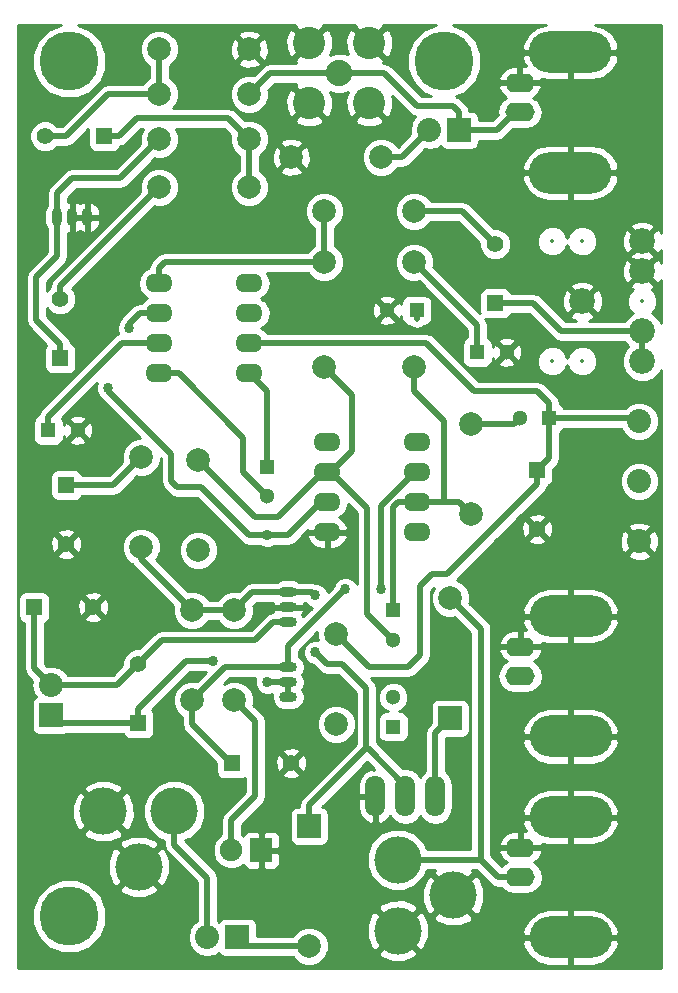
<source format=gtl>
%TF.GenerationSoftware,KiCad,Pcbnew,4.0.4+e1-6308~48~ubuntu16.04.1-stable*%
%TF.CreationDate,2016-12-16T11:51:29-08:00*%
%TF.ProjectId,e202var-vlf-radio-receiver,653230327661722D766C662D72616469,v1.2*%
%TF.FileFunction,Copper,L1,Top,Signal*%
%FSLAX46Y46*%
G04 Gerber Fmt 4.6, Leading zero omitted, Abs format (unit mm)*
G04 Created by KiCad (PCBNEW 4.0.4+e1-6308~48~ubuntu16.04.1-stable) date Fri Dec 16 11:51:29 2016*
%MOMM*%
%LPD*%
G01*
G04 APERTURE LIST*
%ADD10C,0.350000*%
%ADD11C,4.000000*%
%ADD12C,2.740000*%
%ADD13C,2.240000*%
%ADD14O,7.000240X3.500120*%
%ADD15O,2.499360X1.600200*%
%ADD16R,1.400000X1.400000*%
%ADD17C,1.400000*%
%ADD18R,1.300000X1.300000*%
%ADD19C,1.300000*%
%ADD20C,1.998980*%
%ADD21R,1.998980X1.998980*%
%ADD22R,2.032000X2.032000*%
%ADD23O,2.032000X2.032000*%
%ADD24O,1.501140X0.899160*%
%ADD25O,0.899160X1.501140*%
%ADD26C,2.032000*%
%ADD27O,1.699260X3.500120*%
%ADD28O,2.300000X1.600000*%
%ADD29C,5.000000*%
%ADD30C,2.184400*%
%ADD31R,1.900000X2.000000*%
%ADD32C,1.900000*%
%ADD33C,0.863600*%
%ADD34C,0.508000*%
%ADD35C,0.254000*%
%ADD36C,0.350000*%
G04 APERTURE END LIST*
D10*
D11*
X91313000Y-109522260D03*
X91313000Y-115521740D03*
X96012000Y-112522000D03*
X72390000Y-105410000D03*
X66390520Y-105410000D03*
X69390260Y-110109000D03*
D12*
X83820000Y-45466000D03*
X88900000Y-45466000D03*
X88900000Y-40386000D03*
X83820000Y-40386000D03*
D13*
X86360000Y-42926000D03*
D14*
X105943400Y-105900220D03*
X105943400Y-116098320D03*
D15*
X101678740Y-110998000D03*
X101678740Y-108498640D03*
D14*
X105918000Y-41148000D03*
X105918000Y-51346100D03*
D15*
X101653340Y-46245780D03*
X101653340Y-43746420D03*
D14*
X105943400Y-88882220D03*
X105943400Y-99080320D03*
D15*
X101678740Y-93980000D03*
X101678740Y-91480640D03*
D16*
X60532000Y-88138000D03*
D17*
X65532000Y-88138000D03*
D16*
X66468000Y-48260000D03*
D17*
X61468000Y-48260000D03*
D16*
X62738000Y-67056000D03*
D17*
X62738000Y-62056000D03*
D18*
X80264000Y-76240000D03*
D19*
X80264000Y-78740000D03*
D18*
X90932000Y-88392000D03*
D19*
X90932000Y-90892000D03*
D18*
X104140000Y-72136000D03*
D19*
X101640000Y-72136000D03*
D16*
X103124000Y-76534000D03*
D17*
X103124000Y-81534000D03*
D18*
X61722000Y-73152000D03*
D19*
X64222000Y-73152000D03*
D16*
X99568000Y-62404000D03*
D17*
X99568000Y-57404000D03*
D18*
X98044000Y-66548000D03*
D19*
X100544000Y-66548000D03*
D18*
X90932000Y-98258000D03*
D19*
X90932000Y-95758000D03*
D16*
X63246000Y-77804000D03*
D17*
X63246000Y-82804000D03*
D18*
X92924000Y-62992000D03*
D19*
X90424000Y-62992000D03*
D16*
X69342000Y-97964000D03*
D17*
X69342000Y-92964000D03*
D20*
X83820000Y-116840000D03*
D21*
X83820000Y-106680000D03*
D20*
X95752920Y-87376000D03*
D21*
X95752920Y-97536000D03*
D22*
X77724000Y-116078000D03*
D23*
X75184000Y-116078000D03*
D22*
X61976000Y-97282000D03*
D23*
X61976000Y-94742000D03*
D22*
X96520000Y-47752000D03*
D23*
X93980000Y-47752000D03*
D24*
X82042000Y-94488000D03*
X82042000Y-93218000D03*
X82042000Y-95758000D03*
D25*
X63754000Y-55118000D03*
X62484000Y-55118000D03*
X65024000Y-55118000D03*
D20*
X78740000Y-52578000D03*
X71120000Y-52578000D03*
X85090000Y-67818000D03*
X92710000Y-67818000D03*
X74422000Y-75692000D03*
X74422000Y-83312000D03*
X71120000Y-40894000D03*
X78740000Y-40894000D03*
X89916000Y-50038000D03*
X82296000Y-50038000D03*
X85090000Y-58928000D03*
X92710000Y-58928000D03*
X97536000Y-72644000D03*
X97536000Y-80264000D03*
X92710000Y-54610000D03*
X85090000Y-54610000D03*
D26*
X111760000Y-72390000D03*
X111760000Y-77470000D03*
X111760000Y-82550000D03*
D20*
X86106000Y-98044000D03*
X86106000Y-90424000D03*
X77470000Y-88392000D03*
X77470000Y-96012000D03*
X73914000Y-88392000D03*
X73914000Y-96012000D03*
X69596000Y-83058000D03*
X69596000Y-75438000D03*
D27*
X91948000Y-104140000D03*
X89408000Y-104140000D03*
X94488000Y-104140000D03*
D24*
X82042000Y-88138000D03*
X82042000Y-86868000D03*
X82042000Y-89408000D03*
D28*
X78740000Y-68326000D03*
X78740000Y-65786000D03*
X78740000Y-63246000D03*
X78740000Y-60706000D03*
X71120000Y-60706000D03*
X71120000Y-63246000D03*
X71120000Y-65786000D03*
X71120000Y-68326000D03*
X85344000Y-74168000D03*
X85344000Y-76708000D03*
X85344000Y-79248000D03*
X85344000Y-81788000D03*
X92964000Y-81788000D03*
X92964000Y-79248000D03*
X92964000Y-76708000D03*
X92964000Y-74168000D03*
D20*
X78740000Y-44704000D03*
X71120000Y-44704000D03*
D29*
X63500000Y-41910000D03*
X63500000Y-114300000D03*
X95250000Y-41910000D03*
D30*
X112014000Y-57150000D03*
X112014000Y-59690000D03*
X112014000Y-64770000D03*
X112014000Y-67310000D03*
X106934000Y-62230000D03*
D20*
X71120000Y-48514000D03*
X78740000Y-48514000D03*
D16*
X77296000Y-101346000D03*
D17*
X82296000Y-101346000D03*
D31*
X79756000Y-108712000D03*
D32*
X77216000Y-108712000D03*
D33*
X80264000Y-82042000D03*
X80264000Y-94488000D03*
X66802000Y-69596000D03*
X86868000Y-86614000D03*
X89916000Y-86614000D03*
X68580000Y-64516000D03*
X75692000Y-92710000D03*
X84328000Y-91948000D03*
X84328000Y-87122000D03*
D34*
X98346260Y-109522260D02*
X98346260Y-89969340D01*
X98346260Y-89969340D02*
X95752920Y-87376000D01*
X99822000Y-110998000D02*
X98346260Y-109522260D01*
X98346260Y-109522260D02*
X91313000Y-109522260D01*
X101678740Y-110998000D02*
X99822000Y-110998000D01*
X80518000Y-42926000D02*
X86360000Y-42926000D01*
X78740000Y-44704000D02*
X80518000Y-42926000D01*
X86360000Y-42926000D02*
X90170000Y-42926000D01*
X90170000Y-42926000D02*
X92964000Y-45720000D01*
X92964000Y-45720000D02*
X96012000Y-45720000D01*
X96012000Y-45720000D02*
X96520000Y-46228000D01*
X96520000Y-46228000D02*
X96520000Y-47752000D01*
X96520000Y-47752000D02*
X99697540Y-47752000D01*
X99697540Y-47752000D02*
X101203760Y-46245780D01*
X101203760Y-46245780D02*
X101653340Y-46245780D01*
X79259430Y-90932000D02*
X71374000Y-90932000D01*
X71374000Y-90932000D02*
X69342000Y-92964000D01*
X82042000Y-89408000D02*
X80783430Y-89408000D01*
X80783430Y-89408000D02*
X79259430Y-90932000D01*
X61976000Y-94742000D02*
X67564000Y-94742000D01*
X67564000Y-94742000D02*
X69342000Y-92964000D01*
X60532000Y-88138000D02*
X60532000Y-93298000D01*
X60532000Y-93298000D02*
X61976000Y-94742000D01*
X66468000Y-48260000D02*
X67676000Y-48260000D01*
X67676000Y-48260000D02*
X69200000Y-46736000D01*
X69200000Y-46736000D02*
X76962000Y-46736000D01*
X76962000Y-46736000D02*
X78740000Y-48514000D01*
X78740000Y-48514000D02*
X78740000Y-52578000D01*
X71120000Y-40894000D02*
X71120000Y-44704000D01*
X63246000Y-48260000D02*
X66802000Y-44704000D01*
X66802000Y-44704000D02*
X71120000Y-44704000D01*
X61468000Y-48260000D02*
X63246000Y-48260000D01*
X82042000Y-82042000D02*
X80264000Y-82042000D01*
X80264000Y-82042000D02*
X78740000Y-82042000D01*
X82042000Y-94488000D02*
X80264000Y-94488000D01*
X82042000Y-95758000D02*
X82042000Y-94488000D01*
X72136000Y-75184000D02*
X66802000Y-69850000D01*
X66802000Y-69850000D02*
X66802000Y-69596000D01*
X72136000Y-77470000D02*
X72136000Y-75184000D01*
X72644000Y-77978000D02*
X72136000Y-77470000D01*
X74676000Y-77978000D02*
X72644000Y-77978000D01*
X78740000Y-82042000D02*
X74676000Y-77978000D01*
X84836000Y-79248000D02*
X82042000Y-82042000D01*
X85344000Y-79248000D02*
X84836000Y-79248000D01*
X71120000Y-48514000D02*
X67818000Y-51816000D01*
X67818000Y-51816000D02*
X63754000Y-51816000D01*
X63754000Y-51816000D02*
X62484000Y-53086000D01*
X62484000Y-53086000D02*
X62484000Y-55118000D01*
X60706000Y-60198000D02*
X60706000Y-63816000D01*
X60706000Y-63816000D02*
X62738000Y-65848000D01*
X62738000Y-65848000D02*
X62738000Y-67056000D01*
X62484000Y-58420000D02*
X60706000Y-60198000D01*
X62484000Y-55118000D02*
X62484000Y-58420000D01*
X62738000Y-62056000D02*
X62738000Y-60960000D01*
X62738000Y-60960000D02*
X71120000Y-52578000D01*
X78740000Y-68326000D02*
X80264000Y-69850000D01*
X80264000Y-76240000D02*
X80264000Y-69850000D01*
X79090000Y-68326000D02*
X78740000Y-68326000D01*
X78232000Y-73780000D02*
X78232000Y-76708000D01*
X78232000Y-76708000D02*
X80264000Y-78740000D01*
X71120000Y-68326000D02*
X72778000Y-68326000D01*
X72778000Y-68326000D02*
X78232000Y-73780000D01*
X95250000Y-79248000D02*
X96520000Y-79248000D01*
X92964000Y-79248000D02*
X95250000Y-79248000D01*
X95250000Y-79248000D02*
X95250000Y-77978000D01*
X96520000Y-79248000D02*
X97536000Y-80264000D01*
X92964000Y-79248000D02*
X91306000Y-79248000D01*
X91306000Y-79248000D02*
X90932000Y-79622000D01*
X90932000Y-79622000D02*
X90932000Y-87234000D01*
X90932000Y-87234000D02*
X90932000Y-88392000D01*
X95250000Y-72390000D02*
X95250000Y-76962000D01*
X95250000Y-76962000D02*
X95250000Y-77312000D01*
X95250000Y-77978000D02*
X95250000Y-76962000D01*
X93314000Y-79248000D02*
X92964000Y-79248000D01*
X92710000Y-69850000D02*
X95250000Y-72390000D01*
X92710000Y-67818000D02*
X92710000Y-69850000D01*
X74422000Y-75692000D02*
X79248000Y-80518000D01*
X79248000Y-80518000D02*
X81184000Y-80518000D01*
X81184000Y-80518000D02*
X84994000Y-76708000D01*
X84994000Y-76708000D02*
X85344000Y-76708000D01*
X88742000Y-79756000D02*
X88742000Y-88702000D01*
X88742000Y-88702000D02*
X88900000Y-88860000D01*
X88742000Y-79756000D02*
X85694000Y-76708000D01*
X85694000Y-76708000D02*
X85344000Y-76708000D01*
X90932000Y-90892000D02*
X88900000Y-88860000D01*
X87472000Y-74930000D02*
X87472000Y-70200000D01*
X87472000Y-70200000D02*
X85090000Y-67818000D01*
X85694000Y-76708000D02*
X87472000Y-74930000D01*
X78740000Y-65786000D02*
X93726000Y-65786000D01*
X93726000Y-65786000D02*
X97790000Y-69850000D01*
X104140000Y-70866000D02*
X104140000Y-72136000D01*
X97790000Y-69850000D02*
X103124000Y-69850000D01*
X103124000Y-69850000D02*
X104140000Y-70866000D01*
X92202000Y-93218000D02*
X88900000Y-93218000D01*
X88900000Y-93218000D02*
X86106000Y-90424000D01*
X93218000Y-92202000D02*
X92202000Y-93218000D01*
X93218000Y-86360000D02*
X93218000Y-92202000D01*
X94234000Y-85344000D02*
X93218000Y-86360000D01*
X95522000Y-85344000D02*
X94234000Y-85344000D01*
X103124000Y-76534000D02*
X103124000Y-77742000D01*
X103124000Y-77742000D02*
X95522000Y-85344000D01*
X104140000Y-72136000D02*
X104140000Y-75518000D01*
X104140000Y-75518000D02*
X103124000Y-76534000D01*
X104140000Y-72136000D02*
X111506000Y-72136000D01*
X111506000Y-72136000D02*
X111760000Y-72390000D01*
X97536000Y-72644000D02*
X101132000Y-72644000D01*
X101132000Y-72644000D02*
X101640000Y-72136000D01*
X61722000Y-73152000D02*
X61722000Y-71994000D01*
X61722000Y-71994000D02*
X67930000Y-65786000D01*
X67930000Y-65786000D02*
X71120000Y-65786000D01*
X112014000Y-64770000D02*
X112014000Y-67310000D01*
X102790000Y-62404000D02*
X105156000Y-64770000D01*
X105156000Y-64770000D02*
X112014000Y-64770000D01*
X99568000Y-62404000D02*
X102790000Y-62404000D01*
X92710000Y-54610000D02*
X96774000Y-54610000D01*
X96774000Y-54610000D02*
X99568000Y-57404000D01*
X92710000Y-58928000D02*
X98044000Y-64262000D01*
X98044000Y-64262000D02*
X98044000Y-66548000D01*
X85598000Y-87884000D02*
X86868000Y-86614000D01*
X77296000Y-101346000D02*
X77216000Y-101346000D01*
X77216000Y-101346000D02*
X73914000Y-98044000D01*
X73914000Y-98044000D02*
X73914000Y-96012000D01*
X82042000Y-93218000D02*
X76708000Y-93218000D01*
X76708000Y-93218000D02*
X73914000Y-96012000D01*
X85598000Y-87884000D02*
X82042000Y-91440000D01*
X82042000Y-91440000D02*
X82042000Y-93218000D01*
X89916000Y-79560356D02*
X89916000Y-86614000D01*
X92964000Y-76708000D02*
X92768356Y-76708000D01*
X92768356Y-76708000D02*
X89916000Y-79560356D01*
X68580000Y-64128000D02*
X68580000Y-64516000D01*
X71120000Y-63246000D02*
X69462000Y-63246000D01*
X69462000Y-63246000D02*
X68580000Y-64128000D01*
X63246000Y-77804000D02*
X67230000Y-77804000D01*
X67230000Y-77804000D02*
X69596000Y-75438000D01*
X92924000Y-62992000D02*
X92924000Y-63714000D01*
X73388000Y-92710000D02*
X75692000Y-92710000D01*
X69342000Y-97964000D02*
X69342000Y-96756000D01*
X69342000Y-96756000D02*
X73388000Y-92710000D01*
X69342000Y-97964000D02*
X62658000Y-97964000D01*
X62658000Y-97964000D02*
X61976000Y-97282000D01*
X83820000Y-116840000D02*
X78486000Y-116840000D01*
X78486000Y-116840000D02*
X77724000Y-116078000D01*
X88646000Y-100076000D02*
X88784430Y-100076000D01*
X88784430Y-100076000D02*
X91948000Y-103239570D01*
X91948000Y-103239570D02*
X91948000Y-104140000D01*
X83820000Y-106680000D02*
X83820000Y-104902000D01*
X85344000Y-92964000D02*
X84328000Y-91948000D01*
X83820000Y-104902000D02*
X88646000Y-100076000D01*
X88646000Y-100076000D02*
X88646000Y-94996000D01*
X88646000Y-94996000D02*
X86614000Y-92964000D01*
X86614000Y-92964000D02*
X85344000Y-92964000D01*
X82042000Y-86868000D02*
X84074000Y-86868000D01*
X84074000Y-86868000D02*
X84328000Y-87122000D01*
X73914000Y-88392000D02*
X69596000Y-84074000D01*
X69596000Y-84074000D02*
X69596000Y-83058000D01*
X82042000Y-86868000D02*
X78994000Y-86868000D01*
X78994000Y-86868000D02*
X77470000Y-88392000D01*
X77470000Y-88392000D02*
X73914000Y-88392000D01*
X94488000Y-104140000D02*
X94488000Y-98800920D01*
X94488000Y-98800920D02*
X95752920Y-97536000D01*
X77216000Y-108712000D02*
X77216000Y-106172000D01*
X77216000Y-106172000D02*
X79248000Y-104140000D01*
X79248000Y-104140000D02*
X79248000Y-97790000D01*
X79248000Y-97790000D02*
X77470000Y-96012000D01*
X75184000Y-111032427D02*
X75184000Y-116078000D01*
X72390000Y-105410000D02*
X72390000Y-108238427D01*
X72390000Y-108238427D02*
X75184000Y-111032427D01*
X89916000Y-50038000D02*
X91694000Y-50038000D01*
X91694000Y-50038000D02*
X93980000Y-47752000D01*
X85090000Y-58928000D02*
X71590000Y-58928000D01*
X71590000Y-58928000D02*
X71120000Y-59398000D01*
X71120000Y-59398000D02*
X71120000Y-60706000D01*
X85090000Y-54610000D02*
X85090000Y-58928000D01*
D35*
G36*
X61726485Y-39250727D02*
X60843826Y-40131847D01*
X60365546Y-41283674D01*
X60364457Y-42530854D01*
X60840727Y-43683515D01*
X61721847Y-44566174D01*
X62873674Y-45044454D01*
X64120854Y-45045543D01*
X65273515Y-44569273D01*
X66156174Y-43688153D01*
X66634454Y-42536326D01*
X66635543Y-41289146D01*
X66159273Y-40136485D01*
X65278153Y-39253826D01*
X64212190Y-38811200D01*
X82652514Y-38811200D01*
X82579559Y-38965954D01*
X83820000Y-40206395D01*
X85060441Y-38965954D01*
X84987486Y-38811200D01*
X87732514Y-38811200D01*
X87659559Y-38965954D01*
X88900000Y-40206395D01*
X90140441Y-38965954D01*
X90067486Y-38811200D01*
X94540221Y-38811200D01*
X93476485Y-39250727D01*
X92593826Y-40131847D01*
X92115546Y-41283674D01*
X92114457Y-42530854D01*
X92590727Y-43683515D01*
X93471847Y-44566174D01*
X94109619Y-44831000D01*
X93332236Y-44831000D01*
X90798618Y-42297382D01*
X90770877Y-42278846D01*
X90510206Y-42104671D01*
X90170000Y-42037000D01*
X90031564Y-42037000D01*
X90140441Y-41806046D01*
X88900000Y-40565605D01*
X88885858Y-40579748D01*
X88706253Y-40400143D01*
X88720395Y-40386000D01*
X89079605Y-40386000D01*
X90320046Y-41626441D01*
X90625312Y-41482531D01*
X90913605Y-40738814D01*
X90895344Y-39941385D01*
X90625312Y-39289469D01*
X90320046Y-39145559D01*
X89079605Y-40386000D01*
X88720395Y-40386000D01*
X87479954Y-39145559D01*
X87174688Y-39289469D01*
X86886395Y-40033186D01*
X86904656Y-40830615D01*
X87115394Y-41339381D01*
X86710623Y-41171306D01*
X86012441Y-41170697D01*
X85600156Y-41341049D01*
X85833605Y-40738814D01*
X85815344Y-39941385D01*
X85545312Y-39289469D01*
X85240046Y-39145559D01*
X83999605Y-40386000D01*
X84013748Y-40400143D01*
X83834143Y-40579748D01*
X83820000Y-40565605D01*
X82579559Y-41806046D01*
X82688436Y-42037000D01*
X80518000Y-42037000D01*
X80177794Y-42104671D01*
X79917123Y-42278846D01*
X79889382Y-42297382D01*
X79102176Y-43084588D01*
X79066547Y-43069794D01*
X78416306Y-43069226D01*
X77815345Y-43317538D01*
X77355154Y-43776927D01*
X77105794Y-44377453D01*
X77105226Y-45027694D01*
X77353538Y-45628655D01*
X77812927Y-46088846D01*
X78413453Y-46338206D01*
X79063694Y-46338774D01*
X79664655Y-46090462D01*
X80124846Y-45631073D01*
X80339891Y-45113186D01*
X81806395Y-45113186D01*
X81824656Y-45910615D01*
X82094688Y-46562531D01*
X82399954Y-46706441D01*
X83640395Y-45466000D01*
X82399954Y-44225559D01*
X82094688Y-44369469D01*
X81806395Y-45113186D01*
X80339891Y-45113186D01*
X80374206Y-45030547D01*
X80374774Y-44380306D01*
X80359031Y-44342205D01*
X80886236Y-43815000D01*
X82688436Y-43815000D01*
X82579559Y-44045954D01*
X83820000Y-45286395D01*
X83834143Y-45272253D01*
X84013748Y-45451858D01*
X83999605Y-45466000D01*
X85240046Y-46706441D01*
X85545312Y-46562531D01*
X85833605Y-45818814D01*
X85815344Y-45021385D01*
X85604606Y-44512619D01*
X86009377Y-44680694D01*
X86707559Y-44681303D01*
X87119844Y-44510951D01*
X86886395Y-45113186D01*
X86904656Y-45910615D01*
X87174688Y-46562531D01*
X87479954Y-46706441D01*
X88720395Y-45466000D01*
X88706253Y-45451858D01*
X88885858Y-45272253D01*
X88900000Y-45286395D01*
X88914143Y-45272253D01*
X89093748Y-45451858D01*
X89079605Y-45466000D01*
X90320046Y-46706441D01*
X90625312Y-46562531D01*
X90913605Y-45818814D01*
X90895344Y-45021385D01*
X90815579Y-44828815D01*
X92335382Y-46348618D01*
X92623794Y-46541329D01*
X92796845Y-46575751D01*
X92454675Y-47087845D01*
X92329000Y-47719655D01*
X92329000Y-47784345D01*
X92388963Y-48085801D01*
X91325764Y-49149000D01*
X91317194Y-49149000D01*
X91302462Y-49113345D01*
X90843073Y-48653154D01*
X90242547Y-48403794D01*
X89592306Y-48403226D01*
X88991345Y-48651538D01*
X88531154Y-49110927D01*
X88281794Y-49711453D01*
X88281226Y-50361694D01*
X88529538Y-50962655D01*
X88988927Y-51422846D01*
X89589453Y-51672206D01*
X90239694Y-51672774D01*
X90840655Y-51424462D01*
X91300846Y-50965073D01*
X91316655Y-50927000D01*
X91694000Y-50927000D01*
X92034206Y-50859329D01*
X92051030Y-50848087D01*
X101835454Y-50848087D01*
X101945255Y-51219100D01*
X105791000Y-51219100D01*
X105791000Y-48961040D01*
X106045000Y-48961040D01*
X106045000Y-51219100D01*
X109890745Y-51219100D01*
X110000546Y-50848087D01*
X109920169Y-50550710D01*
X109444355Y-49749411D01*
X108698116Y-49191193D01*
X107795060Y-48961040D01*
X106045000Y-48961040D01*
X105791000Y-48961040D01*
X104040940Y-48961040D01*
X103137884Y-49191193D01*
X102391645Y-49749411D01*
X101915831Y-50550710D01*
X101835454Y-50848087D01*
X92051030Y-50848087D01*
X92322618Y-50666618D01*
X93624587Y-49364649D01*
X93980000Y-49435345D01*
X94611810Y-49309670D01*
X94951792Y-49082501D01*
X95039910Y-49219441D01*
X95252110Y-49364431D01*
X95504000Y-49415440D01*
X97536000Y-49415440D01*
X97771317Y-49371162D01*
X97987441Y-49232090D01*
X98132431Y-49019890D01*
X98183440Y-48768000D01*
X98183440Y-48641000D01*
X99697540Y-48641000D01*
X100037746Y-48573329D01*
X100326158Y-48380618D01*
X101049280Y-47657496D01*
X101166837Y-47680880D01*
X102139843Y-47680880D01*
X102689032Y-47571640D01*
X103154612Y-47260549D01*
X103465703Y-46794969D01*
X103574943Y-46245780D01*
X103465703Y-45696591D01*
X103154612Y-45231011D01*
X102803421Y-44996352D01*
X103207492Y-44671387D01*
X103477381Y-44178277D01*
X103494923Y-44095475D01*
X103372936Y-43873420D01*
X101780340Y-43873420D01*
X101780340Y-43893420D01*
X101526340Y-43893420D01*
X101526340Y-43873420D01*
X99933744Y-43873420D01*
X99811757Y-44095475D01*
X99829299Y-44178277D01*
X100099188Y-44671387D01*
X100503259Y-44996352D01*
X100152068Y-45231011D01*
X99840977Y-45696591D01*
X99731737Y-46245780D01*
X99767372Y-46424932D01*
X99329304Y-46863000D01*
X98183440Y-46863000D01*
X98183440Y-46736000D01*
X98139162Y-46500683D01*
X98000090Y-46284559D01*
X97787890Y-46139569D01*
X97536000Y-46088560D01*
X97381264Y-46088560D01*
X97341329Y-45887794D01*
X97148618Y-45599382D01*
X96640618Y-45091382D01*
X96570014Y-45044206D01*
X96352206Y-44898671D01*
X96267223Y-44881767D01*
X97023515Y-44569273D01*
X97906174Y-43688153D01*
X98026919Y-43397365D01*
X99811757Y-43397365D01*
X99933744Y-43619420D01*
X101526340Y-43619420D01*
X101526340Y-42311320D01*
X101780340Y-42311320D01*
X101780340Y-43619420D01*
X103372936Y-43619420D01*
X103494923Y-43397365D01*
X103494147Y-43393704D01*
X104040940Y-43533060D01*
X105791000Y-43533060D01*
X105791000Y-41275000D01*
X106045000Y-41275000D01*
X106045000Y-43533060D01*
X107795060Y-43533060D01*
X108698116Y-43302907D01*
X109444355Y-42744689D01*
X109920169Y-41943390D01*
X110000546Y-41646013D01*
X109890745Y-41275000D01*
X106045000Y-41275000D01*
X105791000Y-41275000D01*
X101945255Y-41275000D01*
X101835454Y-41646013D01*
X101915831Y-41943390D01*
X102134309Y-42311320D01*
X101780340Y-42311320D01*
X101526340Y-42311320D01*
X101076760Y-42311320D01*
X100537238Y-42469161D01*
X100099188Y-42821453D01*
X99829299Y-43314563D01*
X99811757Y-43397365D01*
X98026919Y-43397365D01*
X98384454Y-42536326D01*
X98385543Y-41289146D01*
X97909273Y-40136485D01*
X97028153Y-39253826D01*
X95962190Y-38811200D01*
X103851581Y-38811200D01*
X103137884Y-38993093D01*
X102391645Y-39551311D01*
X101915831Y-40352610D01*
X101835454Y-40649987D01*
X101945255Y-41021000D01*
X105791000Y-41021000D01*
X105791000Y-41001000D01*
X106045000Y-41001000D01*
X106045000Y-41021000D01*
X109890745Y-41021000D01*
X110000546Y-40649987D01*
X109920169Y-40352610D01*
X109444355Y-39551311D01*
X108698116Y-38993093D01*
X107984419Y-38811200D01*
X113588800Y-38811200D01*
X113588800Y-56411415D01*
X113509649Y-56220328D01*
X113233227Y-56110378D01*
X112193605Y-57150000D01*
X113233227Y-58189622D01*
X113509649Y-58079672D01*
X113588800Y-57869255D01*
X113588800Y-58951415D01*
X113509649Y-58760328D01*
X113233227Y-58650378D01*
X112193605Y-59690000D01*
X113233227Y-60729622D01*
X113509649Y-60619672D01*
X113588800Y-60409255D01*
X113588800Y-64058386D01*
X113479103Y-63792898D01*
X112993658Y-63306605D01*
X112822364Y-63235477D01*
X113100786Y-62957540D01*
X113296477Y-62486264D01*
X113296923Y-61975974D01*
X113102055Y-61504358D01*
X112830639Y-61232469D01*
X112943672Y-61185649D01*
X113053622Y-60909227D01*
X112014000Y-59869605D01*
X110974378Y-60909227D01*
X111084328Y-61185649D01*
X111200719Y-61229431D01*
X110927214Y-61502460D01*
X110731523Y-61973736D01*
X110731077Y-62484026D01*
X110925945Y-62955642D01*
X111205180Y-63235364D01*
X111036898Y-63304897D01*
X110550605Y-63790342D01*
X110512960Y-63881000D01*
X107488622Y-63881000D01*
X107863672Y-63725649D01*
X107973622Y-63449227D01*
X106934000Y-62409605D01*
X105894378Y-63449227D01*
X106004328Y-63725649D01*
X106417318Y-63881000D01*
X105524236Y-63881000D01*
X103586691Y-61943455D01*
X105196431Y-61943455D01*
X105219039Y-62630206D01*
X105438351Y-63159672D01*
X105714773Y-63269622D01*
X106754395Y-62230000D01*
X107113605Y-62230000D01*
X108153227Y-63269622D01*
X108429649Y-63159672D01*
X108671569Y-62516545D01*
X108648961Y-61829794D01*
X108429649Y-61300328D01*
X108153227Y-61190378D01*
X107113605Y-62230000D01*
X106754395Y-62230000D01*
X105714773Y-61190378D01*
X105438351Y-61300328D01*
X105196431Y-61943455D01*
X103586691Y-61943455D01*
X103418618Y-61775382D01*
X103341595Y-61723917D01*
X103130206Y-61582671D01*
X102790000Y-61515000D01*
X100879877Y-61515000D01*
X100871162Y-61468683D01*
X100732090Y-61252559D01*
X100519890Y-61107569D01*
X100268000Y-61056560D01*
X98868000Y-61056560D01*
X98632683Y-61100838D01*
X98416559Y-61239910D01*
X98271569Y-61452110D01*
X98220560Y-61704000D01*
X98220560Y-63104000D01*
X98238482Y-63199246D01*
X96050009Y-61010773D01*
X105894378Y-61010773D01*
X106934000Y-62050395D01*
X107973622Y-61010773D01*
X107863672Y-60734351D01*
X107220545Y-60492431D01*
X106533794Y-60515039D01*
X106004328Y-60734351D01*
X105894378Y-61010773D01*
X96050009Y-61010773D01*
X94442691Y-59403455D01*
X110276431Y-59403455D01*
X110299039Y-60090206D01*
X110518351Y-60619672D01*
X110794773Y-60729622D01*
X111834395Y-59690000D01*
X110794773Y-58650378D01*
X110518351Y-58760328D01*
X110276431Y-59403455D01*
X94442691Y-59403455D01*
X94329412Y-59290176D01*
X94344206Y-59254547D01*
X94344774Y-58604306D01*
X94096462Y-58003345D01*
X93637073Y-57543154D01*
X93036547Y-57293794D01*
X92386306Y-57293226D01*
X91785345Y-57541538D01*
X91325154Y-58000927D01*
X91075794Y-58601453D01*
X91075226Y-59251694D01*
X91323538Y-59852655D01*
X91782927Y-60312846D01*
X92383453Y-60562206D01*
X93033694Y-60562774D01*
X93071795Y-60547031D01*
X97155000Y-64630236D01*
X97155000Y-65297208D01*
X96942559Y-65433910D01*
X96797569Y-65646110D01*
X96746560Y-65898000D01*
X96746560Y-67198000D01*
X96790838Y-67433317D01*
X96929910Y-67649441D01*
X97142110Y-67794431D01*
X97394000Y-67845440D01*
X98694000Y-67845440D01*
X98929317Y-67801162D01*
X99145441Y-67662090D01*
X99290431Y-67449890D01*
X99291012Y-67447016D01*
X99824590Y-67447016D01*
X99880271Y-67677611D01*
X100363078Y-67845622D01*
X100873428Y-67816083D01*
X101207729Y-67677611D01*
X101235155Y-67564026D01*
X103111077Y-67564026D01*
X103305945Y-68035642D01*
X103666460Y-68396786D01*
X104137736Y-68592477D01*
X104648026Y-68592923D01*
X105119642Y-68398055D01*
X105480786Y-68037540D01*
X105664209Y-67595808D01*
X105845945Y-68035642D01*
X106206460Y-68396786D01*
X106677736Y-68592477D01*
X107188026Y-68592923D01*
X107659642Y-68398055D01*
X108020786Y-68037540D01*
X108216477Y-67566264D01*
X108216923Y-67055974D01*
X108022055Y-66584358D01*
X107661540Y-66223214D01*
X107190264Y-66027523D01*
X106679974Y-66027077D01*
X106208358Y-66221945D01*
X105847214Y-66582460D01*
X105663791Y-67024192D01*
X105482055Y-66584358D01*
X105121540Y-66223214D01*
X104650264Y-66027523D01*
X104139974Y-66027077D01*
X103668358Y-66221945D01*
X103307214Y-66582460D01*
X103111523Y-67053736D01*
X103111077Y-67564026D01*
X101235155Y-67564026D01*
X101263410Y-67447016D01*
X100544000Y-66727605D01*
X99824590Y-67447016D01*
X99291012Y-67447016D01*
X99341440Y-67198000D01*
X99341440Y-67035615D01*
X99414389Y-67211729D01*
X99644984Y-67267410D01*
X100364395Y-66548000D01*
X100723605Y-66548000D01*
X101443016Y-67267410D01*
X101673611Y-67211729D01*
X101841622Y-66728922D01*
X101812083Y-66218572D01*
X101673611Y-65884271D01*
X101443016Y-65828590D01*
X100723605Y-66548000D01*
X100364395Y-66548000D01*
X99644984Y-65828590D01*
X99414389Y-65884271D01*
X99341440Y-66093902D01*
X99341440Y-65898000D01*
X99297162Y-65662683D01*
X99288347Y-65648984D01*
X99824590Y-65648984D01*
X100544000Y-66368395D01*
X101263410Y-65648984D01*
X101207729Y-65418389D01*
X100724922Y-65250378D01*
X100214572Y-65279917D01*
X99880271Y-65418389D01*
X99824590Y-65648984D01*
X99288347Y-65648984D01*
X99158090Y-65446559D01*
X98945890Y-65301569D01*
X98933000Y-65298959D01*
X98933000Y-64262000D01*
X98865329Y-63921794D01*
X98733272Y-63724157D01*
X98868000Y-63751440D01*
X100268000Y-63751440D01*
X100503317Y-63707162D01*
X100719441Y-63568090D01*
X100864431Y-63355890D01*
X100877167Y-63293000D01*
X102421764Y-63293000D01*
X104527382Y-65398618D01*
X104815794Y-65591329D01*
X105156000Y-65659000D01*
X110512494Y-65659000D01*
X110548897Y-65747102D01*
X110841369Y-66040085D01*
X110550605Y-66330342D01*
X110287100Y-66964931D01*
X110286501Y-67652054D01*
X110548897Y-68287102D01*
X111034342Y-68773395D01*
X111668931Y-69036900D01*
X112356054Y-69037499D01*
X112991102Y-68775103D01*
X113477395Y-68289658D01*
X113588800Y-68021366D01*
X113588800Y-118668800D01*
X59131200Y-118668800D01*
X59131200Y-114920854D01*
X60364457Y-114920854D01*
X60840727Y-116073515D01*
X61721847Y-116956174D01*
X62873674Y-117434454D01*
X64120854Y-117435543D01*
X65273515Y-116959273D01*
X66156174Y-116078153D01*
X66634454Y-114926326D01*
X66635543Y-113679146D01*
X66159273Y-112526485D01*
X65617756Y-111984022D01*
X67694844Y-111984022D01*
X67915613Y-112354743D01*
X68887272Y-112748119D01*
X69935507Y-112739713D01*
X70864907Y-112354743D01*
X71085676Y-111984022D01*
X69390260Y-110288605D01*
X67694844Y-111984022D01*
X65617756Y-111984022D01*
X65278153Y-111643826D01*
X64126326Y-111165546D01*
X62879146Y-111164457D01*
X61726485Y-111640727D01*
X60843826Y-112521847D01*
X60365546Y-113673674D01*
X60364457Y-114920854D01*
X59131200Y-114920854D01*
X59131200Y-109606012D01*
X66751141Y-109606012D01*
X66759547Y-110654247D01*
X67144517Y-111583647D01*
X67515238Y-111804416D01*
X69210655Y-110109000D01*
X69569865Y-110109000D01*
X71265282Y-111804416D01*
X71636003Y-111583647D01*
X72029379Y-110611988D01*
X72020973Y-109563753D01*
X71685097Y-108752876D01*
X71761382Y-108867045D01*
X74295000Y-111400663D01*
X74295000Y-114692179D01*
X74016567Y-114878222D01*
X73658675Y-115413845D01*
X73533000Y-116045655D01*
X73533000Y-116110345D01*
X73658675Y-116742155D01*
X74016567Y-117277778D01*
X74552190Y-117635670D01*
X75184000Y-117761345D01*
X75815810Y-117635670D01*
X76155792Y-117408501D01*
X76243910Y-117545441D01*
X76456110Y-117690431D01*
X76708000Y-117741440D01*
X78740000Y-117741440D01*
X78806113Y-117729000D01*
X82418806Y-117729000D01*
X82433538Y-117764655D01*
X82892927Y-118224846D01*
X83493453Y-118474206D01*
X84143694Y-118474774D01*
X84744655Y-118226462D01*
X85204846Y-117767073D01*
X85358612Y-117396762D01*
X89617584Y-117396762D01*
X89838353Y-117767483D01*
X90810012Y-118160859D01*
X91858247Y-118152453D01*
X92787647Y-117767483D01*
X93008416Y-117396762D01*
X91313000Y-115701345D01*
X89617584Y-117396762D01*
X85358612Y-117396762D01*
X85454206Y-117166547D01*
X85454774Y-116516306D01*
X85206462Y-115915345D01*
X84747073Y-115455154D01*
X84146547Y-115205794D01*
X83496306Y-115205226D01*
X82895345Y-115453538D01*
X82435154Y-115912927D01*
X82419345Y-115951000D01*
X79387440Y-115951000D01*
X79387440Y-115062000D01*
X79379303Y-115018752D01*
X88673881Y-115018752D01*
X88682287Y-116066987D01*
X89067257Y-116996387D01*
X89437978Y-117217156D01*
X91133395Y-115521740D01*
X91492605Y-115521740D01*
X93188022Y-117217156D01*
X93558743Y-116996387D01*
X93720704Y-116596333D01*
X101860854Y-116596333D01*
X101941231Y-116893710D01*
X102417045Y-117695009D01*
X103163284Y-118253227D01*
X104066340Y-118483380D01*
X105816400Y-118483380D01*
X105816400Y-116225320D01*
X106070400Y-116225320D01*
X106070400Y-118483380D01*
X107820460Y-118483380D01*
X108723516Y-118253227D01*
X109469755Y-117695009D01*
X109945569Y-116893710D01*
X110025946Y-116596333D01*
X109916145Y-116225320D01*
X106070400Y-116225320D01*
X105816400Y-116225320D01*
X101970655Y-116225320D01*
X101860854Y-116596333D01*
X93720704Y-116596333D01*
X93952119Y-116024728D01*
X93948716Y-115600307D01*
X101860854Y-115600307D01*
X101970655Y-115971320D01*
X105816400Y-115971320D01*
X105816400Y-113713260D01*
X106070400Y-113713260D01*
X106070400Y-115971320D01*
X109916145Y-115971320D01*
X110025946Y-115600307D01*
X109945569Y-115302930D01*
X109469755Y-114501631D01*
X108723516Y-113943413D01*
X107820460Y-113713260D01*
X106070400Y-113713260D01*
X105816400Y-113713260D01*
X104066340Y-113713260D01*
X103163284Y-113943413D01*
X102417045Y-114501631D01*
X101941231Y-115302930D01*
X101860854Y-115600307D01*
X93948716Y-115600307D01*
X93943713Y-114976493D01*
X93703689Y-114397022D01*
X94316584Y-114397022D01*
X94537353Y-114767743D01*
X95509012Y-115161119D01*
X96557247Y-115152713D01*
X97486647Y-114767743D01*
X97707416Y-114397022D01*
X96012000Y-112701605D01*
X94316584Y-114397022D01*
X93703689Y-114397022D01*
X93558743Y-114047093D01*
X93188022Y-113826324D01*
X91492605Y-115521740D01*
X91133395Y-115521740D01*
X89437978Y-113826324D01*
X89067257Y-114047093D01*
X88673881Y-115018752D01*
X79379303Y-115018752D01*
X79343162Y-114826683D01*
X79204090Y-114610559D01*
X78991890Y-114465569D01*
X78740000Y-114414560D01*
X76708000Y-114414560D01*
X76472683Y-114458838D01*
X76256559Y-114597910D01*
X76154802Y-114746837D01*
X76073000Y-114692179D01*
X76073000Y-113646718D01*
X89617584Y-113646718D01*
X91313000Y-115342135D01*
X93008416Y-113646718D01*
X92787647Y-113275997D01*
X91815988Y-112882621D01*
X90767753Y-112891027D01*
X89838353Y-113275997D01*
X89617584Y-113646718D01*
X76073000Y-113646718D01*
X76073000Y-111032427D01*
X76005329Y-110692221D01*
X75812618Y-110403809D01*
X73295669Y-107886860D01*
X73880658Y-107645147D01*
X74622542Y-106904557D01*
X75024542Y-105936433D01*
X75025457Y-104888166D01*
X74625147Y-103919342D01*
X73884557Y-103177458D01*
X72916433Y-102775458D01*
X71868166Y-102774543D01*
X70899342Y-103174853D01*
X70157458Y-103915443D01*
X69755458Y-104883567D01*
X69754543Y-105931834D01*
X70154853Y-106900658D01*
X70895443Y-107642542D01*
X71501000Y-107893991D01*
X71501000Y-108238427D01*
X71568671Y-108578633D01*
X71586009Y-108604581D01*
X71265282Y-108413584D01*
X69569865Y-110109000D01*
X69210655Y-110109000D01*
X67515238Y-108413584D01*
X67144517Y-108634353D01*
X66751141Y-109606012D01*
X59131200Y-109606012D01*
X59131200Y-108233978D01*
X67694844Y-108233978D01*
X69390260Y-109929395D01*
X71085676Y-108233978D01*
X70864907Y-107863257D01*
X69893248Y-107469881D01*
X68845013Y-107478287D01*
X67915613Y-107863257D01*
X67694844Y-108233978D01*
X59131200Y-108233978D01*
X59131200Y-107285022D01*
X64695104Y-107285022D01*
X64915873Y-107655743D01*
X65887532Y-108049119D01*
X66935767Y-108040713D01*
X67865167Y-107655743D01*
X68085936Y-107285022D01*
X66390520Y-105589605D01*
X64695104Y-107285022D01*
X59131200Y-107285022D01*
X59131200Y-104907012D01*
X63751401Y-104907012D01*
X63759807Y-105955247D01*
X64144777Y-106884647D01*
X64515498Y-107105416D01*
X66210915Y-105410000D01*
X66570125Y-105410000D01*
X68265542Y-107105416D01*
X68636263Y-106884647D01*
X69029639Y-105912988D01*
X69021233Y-104864753D01*
X68636263Y-103935353D01*
X68265542Y-103714584D01*
X66570125Y-105410000D01*
X66210915Y-105410000D01*
X64515498Y-103714584D01*
X64144777Y-103935353D01*
X63751401Y-104907012D01*
X59131200Y-104907012D01*
X59131200Y-103534978D01*
X64695104Y-103534978D01*
X66390520Y-105230395D01*
X68085936Y-103534978D01*
X67865167Y-103164257D01*
X66893508Y-102770881D01*
X65845273Y-102779287D01*
X64915873Y-103164257D01*
X64695104Y-103534978D01*
X59131200Y-103534978D01*
X59131200Y-87438000D01*
X59184560Y-87438000D01*
X59184560Y-88838000D01*
X59228838Y-89073317D01*
X59367910Y-89289441D01*
X59580110Y-89434431D01*
X59643000Y-89447167D01*
X59643000Y-93298000D01*
X59710671Y-93638206D01*
X59808976Y-93785329D01*
X59903382Y-93926618D01*
X60363351Y-94386587D01*
X60292655Y-94742000D01*
X60418330Y-95373810D01*
X60645499Y-95713792D01*
X60508559Y-95801910D01*
X60363569Y-96014110D01*
X60312560Y-96266000D01*
X60312560Y-98298000D01*
X60356838Y-98533317D01*
X60495910Y-98749441D01*
X60708110Y-98894431D01*
X60960000Y-98945440D01*
X62992000Y-98945440D01*
X63227317Y-98901162D01*
X63302163Y-98853000D01*
X68030123Y-98853000D01*
X68038838Y-98899317D01*
X68177910Y-99115441D01*
X68390110Y-99260431D01*
X68642000Y-99311440D01*
X70042000Y-99311440D01*
X70277317Y-99267162D01*
X70493441Y-99128090D01*
X70638431Y-98915890D01*
X70689440Y-98664000D01*
X70689440Y-97264000D01*
X70645162Y-97028683D01*
X70520415Y-96834821D01*
X73756236Y-93599000D01*
X75069764Y-93599000D01*
X74276176Y-94392588D01*
X74240547Y-94377794D01*
X73590306Y-94377226D01*
X72989345Y-94625538D01*
X72529154Y-95084927D01*
X72279794Y-95685453D01*
X72279226Y-96335694D01*
X72527538Y-96936655D01*
X72986927Y-97396846D01*
X73025000Y-97412655D01*
X73025000Y-98044000D01*
X73092671Y-98384206D01*
X73143793Y-98460715D01*
X73285382Y-98672618D01*
X75948560Y-101335796D01*
X75948560Y-102046000D01*
X75992838Y-102281317D01*
X76131910Y-102497441D01*
X76344110Y-102642431D01*
X76596000Y-102693440D01*
X77996000Y-102693440D01*
X78231317Y-102649162D01*
X78359000Y-102567000D01*
X78359000Y-103771764D01*
X76587382Y-105543382D01*
X76394671Y-105831794D01*
X76327000Y-106172000D01*
X76327000Y-107364355D01*
X76319343Y-107367519D01*
X75873086Y-107812997D01*
X75631276Y-108395341D01*
X75630725Y-109025893D01*
X75871519Y-109608657D01*
X76316997Y-110054914D01*
X76899341Y-110296724D01*
X77529893Y-110297275D01*
X78112657Y-110056481D01*
X78217867Y-109951455D01*
X78267673Y-110071698D01*
X78446301Y-110250327D01*
X78679690Y-110347000D01*
X79470250Y-110347000D01*
X79629000Y-110188250D01*
X79629000Y-108839000D01*
X79883000Y-108839000D01*
X79883000Y-110188250D01*
X80041750Y-110347000D01*
X80832310Y-110347000D01*
X81065699Y-110250327D01*
X81244327Y-110071698D01*
X81341000Y-109838309D01*
X81341000Y-108997750D01*
X81182250Y-108839000D01*
X79883000Y-108839000D01*
X79629000Y-108839000D01*
X79609000Y-108839000D01*
X79609000Y-108585000D01*
X79629000Y-108585000D01*
X79629000Y-107235750D01*
X79883000Y-107235750D01*
X79883000Y-108585000D01*
X81182250Y-108585000D01*
X81341000Y-108426250D01*
X81341000Y-107585691D01*
X81244327Y-107352302D01*
X81065699Y-107173673D01*
X80832310Y-107077000D01*
X80041750Y-107077000D01*
X79883000Y-107235750D01*
X79629000Y-107235750D01*
X79470250Y-107077000D01*
X78679690Y-107077000D01*
X78446301Y-107173673D01*
X78267673Y-107352302D01*
X78217988Y-107472251D01*
X78115003Y-107369086D01*
X78105000Y-107364932D01*
X78105000Y-106540236D01*
X79876618Y-104768618D01*
X80069329Y-104480206D01*
X80137000Y-104140000D01*
X80137000Y-102281275D01*
X81540331Y-102281275D01*
X81602169Y-102517042D01*
X82103122Y-102693419D01*
X82633440Y-102664664D01*
X82989831Y-102517042D01*
X83051669Y-102281275D01*
X82296000Y-101525605D01*
X81540331Y-102281275D01*
X80137000Y-102281275D01*
X80137000Y-101153122D01*
X80948581Y-101153122D01*
X80977336Y-101683440D01*
X81124958Y-102039831D01*
X81360725Y-102101669D01*
X82116395Y-101346000D01*
X82475605Y-101346000D01*
X83231275Y-102101669D01*
X83467042Y-102039831D01*
X83643419Y-101538878D01*
X83614664Y-101008560D01*
X83467042Y-100652169D01*
X83231275Y-100590331D01*
X82475605Y-101346000D01*
X82116395Y-101346000D01*
X81360725Y-100590331D01*
X81124958Y-100652169D01*
X80948581Y-101153122D01*
X80137000Y-101153122D01*
X80137000Y-100410725D01*
X81540331Y-100410725D01*
X82296000Y-101166395D01*
X83051669Y-100410725D01*
X82989831Y-100174958D01*
X82488878Y-99998581D01*
X81958560Y-100027336D01*
X81602169Y-100174958D01*
X81540331Y-100410725D01*
X80137000Y-100410725D01*
X80137000Y-98367694D01*
X84471226Y-98367694D01*
X84719538Y-98968655D01*
X85178927Y-99428846D01*
X85779453Y-99678206D01*
X86429694Y-99678774D01*
X87030655Y-99430462D01*
X87490846Y-98971073D01*
X87740206Y-98370547D01*
X87740774Y-97720306D01*
X87492462Y-97119345D01*
X87033073Y-96659154D01*
X86432547Y-96409794D01*
X85782306Y-96409226D01*
X85181345Y-96657538D01*
X84721154Y-97116927D01*
X84471794Y-97717453D01*
X84471226Y-98367694D01*
X80137000Y-98367694D01*
X80137000Y-97790000D01*
X80069329Y-97449794D01*
X79876618Y-97161382D01*
X79089412Y-96374176D01*
X79104206Y-96338547D01*
X79104774Y-95688306D01*
X78856462Y-95087345D01*
X78397073Y-94627154D01*
X77796547Y-94377794D01*
X77146306Y-94377226D01*
X76566396Y-94616840D01*
X77076236Y-94107000D01*
X79267090Y-94107000D01*
X79197385Y-94274869D01*
X79197015Y-94699269D01*
X79359084Y-95091504D01*
X79658917Y-95391862D01*
X80050869Y-95554615D01*
X80475269Y-95554985D01*
X80687076Y-95467468D01*
X80629285Y-95758000D01*
X80711844Y-96173051D01*
X80946951Y-96524914D01*
X81298814Y-96760021D01*
X81713865Y-96842580D01*
X82370135Y-96842580D01*
X82785186Y-96760021D01*
X83137049Y-96524914D01*
X83372156Y-96173051D01*
X83454715Y-95758000D01*
X83372156Y-95342949D01*
X83225191Y-95123000D01*
X83372156Y-94903051D01*
X83454715Y-94488000D01*
X83372156Y-94072949D01*
X83225191Y-93853000D01*
X83372156Y-93633051D01*
X83454715Y-93218000D01*
X83372156Y-92802949D01*
X83137049Y-92451086D01*
X82931000Y-92313409D01*
X82931000Y-91808236D01*
X84471645Y-90267591D01*
X84471226Y-90747694D01*
X84526461Y-90881372D01*
X84116731Y-90881015D01*
X83724496Y-91043084D01*
X83424138Y-91342917D01*
X83261385Y-91734869D01*
X83261015Y-92159269D01*
X83423084Y-92551504D01*
X83722917Y-92851862D01*
X84114869Y-93014615D01*
X84137399Y-93014635D01*
X84715382Y-93592618D01*
X85003794Y-93785329D01*
X85344000Y-93853000D01*
X86245764Y-93853000D01*
X87757000Y-95364236D01*
X87757000Y-99707764D01*
X83191382Y-104273382D01*
X82998671Y-104561794D01*
X82931000Y-104902000D01*
X82931000Y-105033070D01*
X82820510Y-105033070D01*
X82585193Y-105077348D01*
X82369069Y-105216420D01*
X82224079Y-105428620D01*
X82173070Y-105680510D01*
X82173070Y-107679490D01*
X82217348Y-107914807D01*
X82356420Y-108130931D01*
X82568620Y-108275921D01*
X82820510Y-108326930D01*
X84819490Y-108326930D01*
X85054807Y-108282652D01*
X85270931Y-108143580D01*
X85415921Y-107931380D01*
X85466930Y-107679490D01*
X85466930Y-105680510D01*
X85422652Y-105445193D01*
X85283580Y-105229069D01*
X85071380Y-105084079D01*
X84924833Y-105054403D01*
X85712236Y-104267000D01*
X87923370Y-104267000D01*
X87923370Y-105167430D01*
X88084982Y-105725906D01*
X88448011Y-106180024D01*
X88957190Y-106460649D01*
X89051168Y-106481540D01*
X89281000Y-106360214D01*
X89281000Y-104267000D01*
X87923370Y-104267000D01*
X85712236Y-104267000D01*
X88715215Y-101264021D01*
X89280998Y-101829804D01*
X89280998Y-101919785D01*
X89051168Y-101798460D01*
X88957190Y-101819351D01*
X88448011Y-102099976D01*
X88084982Y-102554094D01*
X87923370Y-103112570D01*
X87923370Y-104013000D01*
X89281000Y-104013000D01*
X89281000Y-103993000D01*
X89535000Y-103993000D01*
X89535000Y-104013000D01*
X89555000Y-104013000D01*
X89555000Y-104267000D01*
X89535000Y-104267000D01*
X89535000Y-106360214D01*
X89764832Y-106481540D01*
X89858810Y-106460649D01*
X90367989Y-106180024D01*
X90672484Y-105799127D01*
X90898208Y-106136948D01*
X91379857Y-106458775D01*
X91948000Y-106571786D01*
X92516143Y-106458775D01*
X92997792Y-106136948D01*
X93218000Y-105807383D01*
X93438208Y-106136948D01*
X93919857Y-106458775D01*
X94488000Y-106571786D01*
X95056143Y-106458775D01*
X95537792Y-106136948D01*
X95859619Y-105655299D01*
X95972630Y-105087156D01*
X95972630Y-103192844D01*
X95859619Y-102624701D01*
X95537792Y-102143052D01*
X95377000Y-102035614D01*
X95377000Y-99182930D01*
X96752410Y-99182930D01*
X96987727Y-99138652D01*
X97203851Y-98999580D01*
X97348841Y-98787380D01*
X97399850Y-98535490D01*
X97399850Y-96536510D01*
X97355572Y-96301193D01*
X97216500Y-96085069D01*
X97004300Y-95940079D01*
X96752410Y-95889070D01*
X94753430Y-95889070D01*
X94518113Y-95933348D01*
X94301989Y-96072420D01*
X94156999Y-96284620D01*
X94105990Y-96536510D01*
X94105990Y-97925694D01*
X93859382Y-98172302D01*
X93666671Y-98460714D01*
X93599000Y-98800920D01*
X93599000Y-102035614D01*
X93438208Y-102143052D01*
X93218000Y-102472617D01*
X92997792Y-102143052D01*
X92516143Y-101821225D01*
X91948000Y-101708214D01*
X91719360Y-101753694D01*
X89535000Y-99569334D01*
X89535000Y-97608000D01*
X89634560Y-97608000D01*
X89634560Y-98908000D01*
X89678838Y-99143317D01*
X89817910Y-99359441D01*
X90030110Y-99504431D01*
X90282000Y-99555440D01*
X91582000Y-99555440D01*
X91817317Y-99511162D01*
X92033441Y-99372090D01*
X92178431Y-99159890D01*
X92229440Y-98908000D01*
X92229440Y-97608000D01*
X92185162Y-97372683D01*
X92046090Y-97156559D01*
X91833890Y-97011569D01*
X91582000Y-96960560D01*
X91386540Y-96960560D01*
X91658943Y-96848005D01*
X92020735Y-96486845D01*
X92216777Y-96014724D01*
X92217223Y-95503519D01*
X92022005Y-95031057D01*
X91660845Y-94669265D01*
X91188724Y-94473223D01*
X90677519Y-94472777D01*
X90205057Y-94667995D01*
X89843265Y-95029155D01*
X89647223Y-95501276D01*
X89646777Y-96012481D01*
X89841995Y-96484943D01*
X90203155Y-96846735D01*
X90477276Y-96960560D01*
X90282000Y-96960560D01*
X90046683Y-97004838D01*
X89830559Y-97143910D01*
X89685569Y-97356110D01*
X89634560Y-97608000D01*
X89535000Y-97608000D01*
X89535000Y-94996000D01*
X89467329Y-94655794D01*
X89274618Y-94367382D01*
X89014236Y-94107000D01*
X92202000Y-94107000D01*
X92542206Y-94039329D01*
X92830618Y-93846618D01*
X93846618Y-92830618D01*
X93935707Y-92697287D01*
X94039329Y-92542206D01*
X94107000Y-92202000D01*
X94107000Y-86728236D01*
X94355125Y-86480111D01*
X94118714Y-87049453D01*
X94118146Y-87699694D01*
X94366458Y-88300655D01*
X94825847Y-88760846D01*
X95426373Y-89010206D01*
X96076614Y-89010774D01*
X96114715Y-88995031D01*
X97457260Y-90337576D01*
X97457260Y-108633260D01*
X93796747Y-108633260D01*
X93548147Y-108031602D01*
X92807557Y-107289718D01*
X91839433Y-106887718D01*
X90791166Y-106886803D01*
X89822342Y-107287113D01*
X89080458Y-108027703D01*
X88678458Y-108995827D01*
X88677543Y-110044094D01*
X89077853Y-111012918D01*
X89818443Y-111754802D01*
X90786567Y-112156802D01*
X91834834Y-112157717D01*
X92170525Y-112019012D01*
X93372881Y-112019012D01*
X93381287Y-113067247D01*
X93766257Y-113996647D01*
X94136978Y-114217416D01*
X95832395Y-112522000D01*
X96191605Y-112522000D01*
X97887022Y-114217416D01*
X98257743Y-113996647D01*
X98651119Y-113024988D01*
X98642713Y-111976753D01*
X98257743Y-111047353D01*
X97887022Y-110826584D01*
X96191605Y-112522000D01*
X95832395Y-112522000D01*
X94136978Y-110826584D01*
X93766257Y-111047353D01*
X93372881Y-112019012D01*
X92170525Y-112019012D01*
X92803658Y-111757407D01*
X93545542Y-111016817D01*
X93796991Y-110411260D01*
X94456957Y-110411260D01*
X94316584Y-110646978D01*
X96012000Y-112342395D01*
X97707416Y-110646978D01*
X97567043Y-110411260D01*
X97978024Y-110411260D01*
X99193382Y-111626618D01*
X99481795Y-111819330D01*
X99822000Y-111887000D01*
X100093432Y-111887000D01*
X100177468Y-112012769D01*
X100643048Y-112323860D01*
X101192237Y-112433100D01*
X102165243Y-112433100D01*
X102714432Y-112323860D01*
X103180012Y-112012769D01*
X103491103Y-111547189D01*
X103600343Y-110998000D01*
X103491103Y-110448811D01*
X103180012Y-109983231D01*
X102828821Y-109748572D01*
X103232892Y-109423607D01*
X103502781Y-108930497D01*
X103520323Y-108847695D01*
X103398336Y-108625640D01*
X101805740Y-108625640D01*
X101805740Y-108645640D01*
X101551740Y-108645640D01*
X101551740Y-108625640D01*
X99959144Y-108625640D01*
X99837157Y-108847695D01*
X99854699Y-108930497D01*
X100124588Y-109423607D01*
X100528659Y-109748572D01*
X100177468Y-109983231D01*
X100132206Y-110050970D01*
X99235260Y-109154024D01*
X99235260Y-108149585D01*
X99837157Y-108149585D01*
X99959144Y-108371640D01*
X101551740Y-108371640D01*
X101551740Y-107063540D01*
X101805740Y-107063540D01*
X101805740Y-108371640D01*
X103398336Y-108371640D01*
X103520323Y-108149585D01*
X103519547Y-108145924D01*
X104066340Y-108285280D01*
X105816400Y-108285280D01*
X105816400Y-106027220D01*
X106070400Y-106027220D01*
X106070400Y-108285280D01*
X107820460Y-108285280D01*
X108723516Y-108055127D01*
X109469755Y-107496909D01*
X109945569Y-106695610D01*
X110025946Y-106398233D01*
X109916145Y-106027220D01*
X106070400Y-106027220D01*
X105816400Y-106027220D01*
X101970655Y-106027220D01*
X101860854Y-106398233D01*
X101941231Y-106695610D01*
X102159709Y-107063540D01*
X101805740Y-107063540D01*
X101551740Y-107063540D01*
X101102160Y-107063540D01*
X100562638Y-107221381D01*
X100124588Y-107573673D01*
X99854699Y-108066783D01*
X99837157Y-108149585D01*
X99235260Y-108149585D01*
X99235260Y-105402207D01*
X101860854Y-105402207D01*
X101970655Y-105773220D01*
X105816400Y-105773220D01*
X105816400Y-103515160D01*
X106070400Y-103515160D01*
X106070400Y-105773220D01*
X109916145Y-105773220D01*
X110025946Y-105402207D01*
X109945569Y-105104830D01*
X109469755Y-104303531D01*
X108723516Y-103745313D01*
X107820460Y-103515160D01*
X106070400Y-103515160D01*
X105816400Y-103515160D01*
X104066340Y-103515160D01*
X103163284Y-103745313D01*
X102417045Y-104303531D01*
X101941231Y-105104830D01*
X101860854Y-105402207D01*
X99235260Y-105402207D01*
X99235260Y-99578333D01*
X101860854Y-99578333D01*
X101941231Y-99875710D01*
X102417045Y-100677009D01*
X103163284Y-101235227D01*
X104066340Y-101465380D01*
X105816400Y-101465380D01*
X105816400Y-99207320D01*
X106070400Y-99207320D01*
X106070400Y-101465380D01*
X107820460Y-101465380D01*
X108723516Y-101235227D01*
X109469755Y-100677009D01*
X109945569Y-99875710D01*
X110025946Y-99578333D01*
X109916145Y-99207320D01*
X106070400Y-99207320D01*
X105816400Y-99207320D01*
X101970655Y-99207320D01*
X101860854Y-99578333D01*
X99235260Y-99578333D01*
X99235260Y-98582307D01*
X101860854Y-98582307D01*
X101970655Y-98953320D01*
X105816400Y-98953320D01*
X105816400Y-96695260D01*
X106070400Y-96695260D01*
X106070400Y-98953320D01*
X109916145Y-98953320D01*
X110025946Y-98582307D01*
X109945569Y-98284930D01*
X109469755Y-97483631D01*
X108723516Y-96925413D01*
X107820460Y-96695260D01*
X106070400Y-96695260D01*
X105816400Y-96695260D01*
X104066340Y-96695260D01*
X103163284Y-96925413D01*
X102417045Y-97483631D01*
X101941231Y-98284930D01*
X101860854Y-98582307D01*
X99235260Y-98582307D01*
X99235260Y-93980000D01*
X99757137Y-93980000D01*
X99866377Y-94529189D01*
X100177468Y-94994769D01*
X100643048Y-95305860D01*
X101192237Y-95415100D01*
X102165243Y-95415100D01*
X102714432Y-95305860D01*
X103180012Y-94994769D01*
X103491103Y-94529189D01*
X103600343Y-93980000D01*
X103491103Y-93430811D01*
X103180012Y-92965231D01*
X102828821Y-92730572D01*
X103232892Y-92405607D01*
X103502781Y-91912497D01*
X103520323Y-91829695D01*
X103398336Y-91607640D01*
X101805740Y-91607640D01*
X101805740Y-91627640D01*
X101551740Y-91627640D01*
X101551740Y-91607640D01*
X99959144Y-91607640D01*
X99837157Y-91829695D01*
X99854699Y-91912497D01*
X100124588Y-92405607D01*
X100528659Y-92730572D01*
X100177468Y-92965231D01*
X99866377Y-93430811D01*
X99757137Y-93980000D01*
X99235260Y-93980000D01*
X99235260Y-91131585D01*
X99837157Y-91131585D01*
X99959144Y-91353640D01*
X101551740Y-91353640D01*
X101551740Y-90045540D01*
X101805740Y-90045540D01*
X101805740Y-91353640D01*
X103398336Y-91353640D01*
X103520323Y-91131585D01*
X103519547Y-91127924D01*
X104066340Y-91267280D01*
X105816400Y-91267280D01*
X105816400Y-89009220D01*
X106070400Y-89009220D01*
X106070400Y-91267280D01*
X107820460Y-91267280D01*
X108723516Y-91037127D01*
X109469755Y-90478909D01*
X109945569Y-89677610D01*
X110025946Y-89380233D01*
X109916145Y-89009220D01*
X106070400Y-89009220D01*
X105816400Y-89009220D01*
X101970655Y-89009220D01*
X101860854Y-89380233D01*
X101941231Y-89677610D01*
X102159709Y-90045540D01*
X101805740Y-90045540D01*
X101551740Y-90045540D01*
X101102160Y-90045540D01*
X100562638Y-90203381D01*
X100124588Y-90555673D01*
X99854699Y-91048783D01*
X99837157Y-91131585D01*
X99235260Y-91131585D01*
X99235260Y-89969340D01*
X99167590Y-89629135D01*
X98974878Y-89340722D01*
X98018363Y-88384207D01*
X101860854Y-88384207D01*
X101970655Y-88755220D01*
X105816400Y-88755220D01*
X105816400Y-86497160D01*
X106070400Y-86497160D01*
X106070400Y-88755220D01*
X109916145Y-88755220D01*
X110025946Y-88384207D01*
X109945569Y-88086830D01*
X109469755Y-87285531D01*
X108723516Y-86727313D01*
X107820460Y-86497160D01*
X106070400Y-86497160D01*
X105816400Y-86497160D01*
X104066340Y-86497160D01*
X103163284Y-86727313D01*
X102417045Y-87285531D01*
X101941231Y-88086830D01*
X101860854Y-88384207D01*
X98018363Y-88384207D01*
X97372332Y-87738176D01*
X97387126Y-87702547D01*
X97387694Y-87052306D01*
X97139382Y-86451345D01*
X96679993Y-85991154D01*
X96292841Y-85830395D01*
X98409129Y-83714107D01*
X110775498Y-83714107D01*
X110876120Y-83982622D01*
X111491642Y-84211816D01*
X112148019Y-84188014D01*
X112643880Y-83982622D01*
X112744502Y-83714107D01*
X111760000Y-82729605D01*
X110775498Y-83714107D01*
X98409129Y-83714107D01*
X99653961Y-82469275D01*
X102368331Y-82469275D01*
X102430169Y-82705042D01*
X102931122Y-82881419D01*
X103461440Y-82852664D01*
X103817831Y-82705042D01*
X103879669Y-82469275D01*
X103124000Y-81713605D01*
X102368331Y-82469275D01*
X99653961Y-82469275D01*
X100782114Y-81341122D01*
X101776581Y-81341122D01*
X101805336Y-81871440D01*
X101952958Y-82227831D01*
X102188725Y-82289669D01*
X102944395Y-81534000D01*
X103303605Y-81534000D01*
X104059275Y-82289669D01*
X104089879Y-82281642D01*
X110098184Y-82281642D01*
X110121986Y-82938019D01*
X110327378Y-83433880D01*
X110595893Y-83534502D01*
X111580395Y-82550000D01*
X111939605Y-82550000D01*
X112924107Y-83534502D01*
X113192622Y-83433880D01*
X113421816Y-82818358D01*
X113398014Y-82161981D01*
X113192622Y-81666120D01*
X112924107Y-81565498D01*
X111939605Y-82550000D01*
X111580395Y-82550000D01*
X110595893Y-81565498D01*
X110327378Y-81666120D01*
X110098184Y-82281642D01*
X104089879Y-82281642D01*
X104295042Y-82227831D01*
X104471419Y-81726878D01*
X104452931Y-81385893D01*
X110775498Y-81385893D01*
X111760000Y-82370395D01*
X112744502Y-81385893D01*
X112643880Y-81117378D01*
X112028358Y-80888184D01*
X111371981Y-80911986D01*
X110876120Y-81117378D01*
X110775498Y-81385893D01*
X104452931Y-81385893D01*
X104442664Y-81196560D01*
X104295042Y-80840169D01*
X104059275Y-80778331D01*
X103303605Y-81534000D01*
X102944395Y-81534000D01*
X102188725Y-80778331D01*
X101952958Y-80840169D01*
X101776581Y-81341122D01*
X100782114Y-81341122D01*
X101524511Y-80598725D01*
X102368331Y-80598725D01*
X103124000Y-81354395D01*
X103879669Y-80598725D01*
X103817831Y-80362958D01*
X103316878Y-80186581D01*
X102786560Y-80215336D01*
X102430169Y-80362958D01*
X102368331Y-80598725D01*
X101524511Y-80598725D01*
X103752618Y-78370618D01*
X103945330Y-78082205D01*
X103991534Y-77849916D01*
X104059317Y-77837162D01*
X104121788Y-77796963D01*
X110108714Y-77796963D01*
X110359534Y-78403995D01*
X110823563Y-78868834D01*
X111430155Y-79120713D01*
X112086963Y-79121286D01*
X112693995Y-78870466D01*
X113158834Y-78406437D01*
X113410713Y-77799845D01*
X113411286Y-77143037D01*
X113160466Y-76536005D01*
X112696437Y-76071166D01*
X112089845Y-75819287D01*
X111433037Y-75818714D01*
X110826005Y-76069534D01*
X110361166Y-76533563D01*
X110109287Y-77140155D01*
X110108714Y-77796963D01*
X104121788Y-77796963D01*
X104275441Y-77698090D01*
X104420431Y-77485890D01*
X104471440Y-77234000D01*
X104471440Y-76443796D01*
X104768618Y-76146618D01*
X104854192Y-76018547D01*
X104961329Y-75858206D01*
X105029000Y-75518000D01*
X105029000Y-73386792D01*
X105241441Y-73250090D01*
X105386431Y-73037890D01*
X105389041Y-73025000D01*
X110235992Y-73025000D01*
X110359534Y-73323995D01*
X110823563Y-73788834D01*
X111430155Y-74040713D01*
X112086963Y-74041286D01*
X112693995Y-73790466D01*
X113158834Y-73326437D01*
X113410713Y-72719845D01*
X113411286Y-72063037D01*
X113160466Y-71456005D01*
X112696437Y-70991166D01*
X112089845Y-70739287D01*
X111433037Y-70738714D01*
X110826005Y-70989534D01*
X110568090Y-71247000D01*
X105390792Y-71247000D01*
X105254090Y-71034559D01*
X105041890Y-70889569D01*
X105029000Y-70886959D01*
X105029000Y-70866000D01*
X104961329Y-70525794D01*
X104768618Y-70237382D01*
X103752618Y-69221382D01*
X103641790Y-69147329D01*
X103464206Y-69028671D01*
X103124000Y-68961000D01*
X98158236Y-68961000D01*
X94354618Y-65157382D01*
X94300293Y-65121083D01*
X94066206Y-64964671D01*
X93726000Y-64897000D01*
X80223657Y-64897000D01*
X80139668Y-64771302D01*
X79757582Y-64516000D01*
X80139668Y-64260698D01*
X80386681Y-63891016D01*
X89704590Y-63891016D01*
X89760271Y-64121611D01*
X90243078Y-64289622D01*
X90753428Y-64260083D01*
X91087729Y-64121611D01*
X91143410Y-63891016D01*
X90424000Y-63171605D01*
X89704590Y-63891016D01*
X80386681Y-63891016D01*
X80450737Y-63795151D01*
X80559970Y-63246000D01*
X80473459Y-62811078D01*
X89126378Y-62811078D01*
X89155917Y-63321428D01*
X89294389Y-63655729D01*
X89524984Y-63711410D01*
X90244395Y-62992000D01*
X90603605Y-62992000D01*
X91323016Y-63711410D01*
X91553611Y-63655729D01*
X91626560Y-63446098D01*
X91626560Y-63642000D01*
X91670838Y-63877317D01*
X91809910Y-64093441D01*
X92022110Y-64238431D01*
X92257635Y-64286126D01*
X92295382Y-64342618D01*
X92583794Y-64535329D01*
X92924000Y-64603000D01*
X93264206Y-64535329D01*
X93552618Y-64342618D01*
X93590185Y-64286395D01*
X93809317Y-64245162D01*
X94025441Y-64106090D01*
X94170431Y-63893890D01*
X94221440Y-63642000D01*
X94221440Y-62342000D01*
X94177162Y-62106683D01*
X94038090Y-61890559D01*
X93825890Y-61745569D01*
X93574000Y-61694560D01*
X92274000Y-61694560D01*
X92038683Y-61738838D01*
X91822559Y-61877910D01*
X91677569Y-62090110D01*
X91626560Y-62342000D01*
X91626560Y-62504385D01*
X91553611Y-62328271D01*
X91323016Y-62272590D01*
X90603605Y-62992000D01*
X90244395Y-62992000D01*
X89524984Y-62272590D01*
X89294389Y-62328271D01*
X89126378Y-62811078D01*
X80473459Y-62811078D01*
X80450737Y-62696849D01*
X80139668Y-62231302D01*
X79932661Y-62092984D01*
X89704590Y-62092984D01*
X90424000Y-62812395D01*
X91143410Y-62092984D01*
X91087729Y-61862389D01*
X90604922Y-61694378D01*
X90094572Y-61723917D01*
X89760271Y-61862389D01*
X89704590Y-62092984D01*
X79932661Y-62092984D01*
X79757582Y-61976000D01*
X80139668Y-61720698D01*
X80450737Y-61255151D01*
X80559970Y-60706000D01*
X80450737Y-60156849D01*
X80223657Y-59817000D01*
X83688806Y-59817000D01*
X83703538Y-59852655D01*
X84162927Y-60312846D01*
X84763453Y-60562206D01*
X85413694Y-60562774D01*
X86014655Y-60314462D01*
X86474846Y-59855073D01*
X86724206Y-59254547D01*
X86724774Y-58604306D01*
X86476462Y-58003345D01*
X86017073Y-57543154D01*
X85979000Y-57527345D01*
X85979000Y-56011194D01*
X86014655Y-55996462D01*
X86474846Y-55537073D01*
X86724206Y-54936547D01*
X86724208Y-54933694D01*
X91075226Y-54933694D01*
X91323538Y-55534655D01*
X91782927Y-55994846D01*
X92383453Y-56244206D01*
X93033694Y-56244774D01*
X93634655Y-55996462D01*
X94094846Y-55537073D01*
X94110655Y-55499000D01*
X96405764Y-55499000D01*
X98233067Y-57326303D01*
X98232769Y-57668383D01*
X98435582Y-58159229D01*
X98810796Y-58535098D01*
X99301287Y-58738768D01*
X99832383Y-58739231D01*
X100323229Y-58536418D01*
X100699098Y-58161204D01*
X100902768Y-57670713D01*
X100903000Y-57404026D01*
X103111077Y-57404026D01*
X103305945Y-57875642D01*
X103666460Y-58236786D01*
X104137736Y-58432477D01*
X104648026Y-58432923D01*
X105119642Y-58238055D01*
X105480786Y-57877540D01*
X105664209Y-57435808D01*
X105845945Y-57875642D01*
X106206460Y-58236786D01*
X106677736Y-58432477D01*
X107188026Y-58432923D01*
X107342181Y-58369227D01*
X110974378Y-58369227D01*
X110994574Y-58420000D01*
X110974378Y-58470773D01*
X111041446Y-58537841D01*
X111084328Y-58645649D01*
X111188403Y-58684798D01*
X112014000Y-59510395D01*
X112832836Y-58691559D01*
X112943672Y-58645649D01*
X112986554Y-58537841D01*
X113053622Y-58470773D01*
X113033426Y-58420000D01*
X113053622Y-58369227D01*
X112986554Y-58302159D01*
X112943672Y-58194351D01*
X112839597Y-58155202D01*
X112014000Y-57329605D01*
X111195164Y-58148441D01*
X111084328Y-58194351D01*
X111041446Y-58302159D01*
X110974378Y-58369227D01*
X107342181Y-58369227D01*
X107659642Y-58238055D01*
X108020786Y-57877540D01*
X108216477Y-57406264D01*
X108216923Y-56895974D01*
X108203487Y-56863455D01*
X110276431Y-56863455D01*
X110299039Y-57550206D01*
X110518351Y-58079672D01*
X110794773Y-58189622D01*
X111834395Y-57150000D01*
X110794773Y-56110378D01*
X110518351Y-56220328D01*
X110276431Y-56863455D01*
X108203487Y-56863455D01*
X108022055Y-56424358D01*
X107661540Y-56063214D01*
X107342587Y-55930773D01*
X110974378Y-55930773D01*
X112014000Y-56970395D01*
X113053622Y-55930773D01*
X112943672Y-55654351D01*
X112300545Y-55412431D01*
X111613794Y-55435039D01*
X111084328Y-55654351D01*
X110974378Y-55930773D01*
X107342587Y-55930773D01*
X107190264Y-55867523D01*
X106679974Y-55867077D01*
X106208358Y-56061945D01*
X105847214Y-56422460D01*
X105663791Y-56864192D01*
X105482055Y-56424358D01*
X105121540Y-56063214D01*
X104650264Y-55867523D01*
X104139974Y-55867077D01*
X103668358Y-56061945D01*
X103307214Y-56422460D01*
X103111523Y-56893736D01*
X103111077Y-57404026D01*
X100903000Y-57404026D01*
X100903231Y-57139617D01*
X100700418Y-56648771D01*
X100325204Y-56272902D01*
X99834713Y-56069232D01*
X99490168Y-56068932D01*
X97402618Y-53981382D01*
X97291790Y-53907329D01*
X97114206Y-53788671D01*
X96774000Y-53721000D01*
X94111194Y-53721000D01*
X94096462Y-53685345D01*
X93637073Y-53225154D01*
X93036547Y-52975794D01*
X92386306Y-52975226D01*
X91785345Y-53223538D01*
X91325154Y-53682927D01*
X91075794Y-54283453D01*
X91075226Y-54933694D01*
X86724208Y-54933694D01*
X86724774Y-54286306D01*
X86476462Y-53685345D01*
X86017073Y-53225154D01*
X85416547Y-52975794D01*
X84766306Y-52975226D01*
X84165345Y-53223538D01*
X83705154Y-53682927D01*
X83455794Y-54283453D01*
X83455226Y-54933694D01*
X83703538Y-55534655D01*
X84162927Y-55994846D01*
X84201000Y-56010655D01*
X84201000Y-57526806D01*
X84165345Y-57541538D01*
X83705154Y-58000927D01*
X83689345Y-58039000D01*
X71590000Y-58039000D01*
X71249794Y-58106671D01*
X70961382Y-58299382D01*
X70491382Y-58769382D01*
X70298671Y-59057794D01*
X70236538Y-59370156D01*
X70185879Y-59380233D01*
X69720332Y-59691302D01*
X69409263Y-60156849D01*
X69300030Y-60706000D01*
X69409263Y-61255151D01*
X69720332Y-61720698D01*
X70102418Y-61976000D01*
X69720332Y-62231302D01*
X69636343Y-62357000D01*
X69462000Y-62357000D01*
X69121794Y-62424671D01*
X68833382Y-62617382D01*
X67951382Y-63499382D01*
X67758671Y-63787794D01*
X67748561Y-63838621D01*
X67676138Y-63910917D01*
X67513385Y-64302869D01*
X67513015Y-64727269D01*
X67609489Y-64960753D01*
X67589794Y-64964671D01*
X67355707Y-65121083D01*
X67301382Y-65157382D01*
X61093382Y-71365382D01*
X60900671Y-71653794D01*
X60852522Y-71895858D01*
X60836683Y-71898838D01*
X60620559Y-72037910D01*
X60475569Y-72250110D01*
X60424560Y-72502000D01*
X60424560Y-73802000D01*
X60468838Y-74037317D01*
X60607910Y-74253441D01*
X60820110Y-74398431D01*
X61072000Y-74449440D01*
X62372000Y-74449440D01*
X62607317Y-74405162D01*
X62823441Y-74266090D01*
X62968431Y-74053890D01*
X62969012Y-74051016D01*
X63502590Y-74051016D01*
X63558271Y-74281611D01*
X64041078Y-74449622D01*
X64551428Y-74420083D01*
X64885729Y-74281611D01*
X64941410Y-74051016D01*
X64222000Y-73331605D01*
X63502590Y-74051016D01*
X62969012Y-74051016D01*
X63019440Y-73802000D01*
X63019440Y-73639615D01*
X63092389Y-73815729D01*
X63322984Y-73871410D01*
X64042395Y-73152000D01*
X64401605Y-73152000D01*
X65121016Y-73871410D01*
X65351611Y-73815729D01*
X65519622Y-73332922D01*
X65490083Y-72822572D01*
X65351611Y-72488271D01*
X65121016Y-72432590D01*
X64401605Y-73152000D01*
X64042395Y-73152000D01*
X63322984Y-72432590D01*
X63092389Y-72488271D01*
X63019440Y-72697902D01*
X63019440Y-72502000D01*
X62975162Y-72266683D01*
X62966347Y-72252984D01*
X63502590Y-72252984D01*
X64222000Y-72972395D01*
X64941410Y-72252984D01*
X64885729Y-72022389D01*
X64402922Y-71854378D01*
X63892572Y-71883917D01*
X63558271Y-72022389D01*
X63502590Y-72252984D01*
X62966347Y-72252984D01*
X62869992Y-72103244D01*
X65838362Y-69134874D01*
X65735385Y-69382869D01*
X65735015Y-69807269D01*
X65897084Y-70199504D01*
X66168669Y-70471565D01*
X66173382Y-70478618D01*
X69498187Y-73803423D01*
X69272306Y-73803226D01*
X68671345Y-74051538D01*
X68211154Y-74510927D01*
X67961794Y-75111453D01*
X67961226Y-75761694D01*
X67976969Y-75799795D01*
X66861764Y-76915000D01*
X64557877Y-76915000D01*
X64549162Y-76868683D01*
X64410090Y-76652559D01*
X64197890Y-76507569D01*
X63946000Y-76456560D01*
X62546000Y-76456560D01*
X62310683Y-76500838D01*
X62094559Y-76639910D01*
X61949569Y-76852110D01*
X61898560Y-77104000D01*
X61898560Y-78504000D01*
X61942838Y-78739317D01*
X62081910Y-78955441D01*
X62294110Y-79100431D01*
X62546000Y-79151440D01*
X63946000Y-79151440D01*
X64181317Y-79107162D01*
X64397441Y-78968090D01*
X64542431Y-78755890D01*
X64555167Y-78693000D01*
X67230000Y-78693000D01*
X67570206Y-78625329D01*
X67858618Y-78432618D01*
X69233824Y-77057412D01*
X69269453Y-77072206D01*
X69919694Y-77072774D01*
X70520655Y-76824462D01*
X70980846Y-76365073D01*
X71230206Y-75764547D01*
X71230406Y-75535642D01*
X71247000Y-75552236D01*
X71247000Y-77470000D01*
X71314671Y-77810206D01*
X71401810Y-77940618D01*
X71507382Y-78098618D01*
X72015382Y-78606618D01*
X72303794Y-78799329D01*
X72644000Y-78867000D01*
X74307764Y-78867000D01*
X78111382Y-82670618D01*
X78399794Y-82863329D01*
X78740000Y-82931000D01*
X79644081Y-82931000D01*
X79658917Y-82945862D01*
X80050869Y-83108615D01*
X80475269Y-83108985D01*
X80867504Y-82946916D01*
X80883448Y-82931000D01*
X82042000Y-82931000D01*
X82382206Y-82863329D01*
X82670618Y-82670618D01*
X83204197Y-82137039D01*
X83602096Y-82137039D01*
X83619633Y-82219819D01*
X83889500Y-82712896D01*
X84327517Y-83065166D01*
X84867000Y-83223000D01*
X85217000Y-83223000D01*
X85217000Y-81915000D01*
X85471000Y-81915000D01*
X85471000Y-83223000D01*
X85821000Y-83223000D01*
X86360483Y-83065166D01*
X86798500Y-82712896D01*
X87068367Y-82219819D01*
X87085904Y-82137039D01*
X86963915Y-81915000D01*
X85471000Y-81915000D01*
X85217000Y-81915000D01*
X83724085Y-81915000D01*
X83602096Y-82137039D01*
X83204197Y-82137039D01*
X83708537Y-81632699D01*
X83724085Y-81661000D01*
X85217000Y-81661000D01*
X85217000Y-81641000D01*
X85471000Y-81641000D01*
X85471000Y-81661000D01*
X86963915Y-81661000D01*
X87085904Y-81438961D01*
X87068367Y-81356181D01*
X86798500Y-80863104D01*
X86365849Y-80515149D01*
X86743668Y-80262698D01*
X87054737Y-79797151D01*
X87132911Y-79404147D01*
X87853000Y-80124236D01*
X87853000Y-86204313D01*
X87772916Y-86010496D01*
X87473083Y-85710138D01*
X87081131Y-85547385D01*
X86656731Y-85547015D01*
X86264496Y-85709084D01*
X85964138Y-86008917D01*
X85801385Y-86400869D01*
X85801365Y-86423399D01*
X85371316Y-86853448D01*
X85232916Y-86518496D01*
X84933083Y-86218138D01*
X84541131Y-86055385D01*
X84427099Y-86055286D01*
X84414206Y-86046671D01*
X84074000Y-85979000D01*
X82954334Y-85979000D01*
X82785186Y-85865979D01*
X82370135Y-85783420D01*
X81713865Y-85783420D01*
X81298814Y-85865979D01*
X81129666Y-85979000D01*
X78994000Y-85979000D01*
X78653794Y-86046671D01*
X78365382Y-86239382D01*
X77832176Y-86772588D01*
X77796547Y-86757794D01*
X77146306Y-86757226D01*
X76545345Y-87005538D01*
X76085154Y-87464927D01*
X76069345Y-87503000D01*
X75315194Y-87503000D01*
X75300462Y-87467345D01*
X74841073Y-87007154D01*
X74240547Y-86757794D01*
X73590306Y-86757226D01*
X73552205Y-86772969D01*
X70872483Y-84093247D01*
X70980846Y-83985073D01*
X71125920Y-83635694D01*
X72787226Y-83635694D01*
X73035538Y-84236655D01*
X73494927Y-84696846D01*
X74095453Y-84946206D01*
X74745694Y-84946774D01*
X75346655Y-84698462D01*
X75806846Y-84239073D01*
X76056206Y-83638547D01*
X76056774Y-82988306D01*
X75808462Y-82387345D01*
X75349073Y-81927154D01*
X74748547Y-81677794D01*
X74098306Y-81677226D01*
X73497345Y-81925538D01*
X73037154Y-82384927D01*
X72787794Y-82985453D01*
X72787226Y-83635694D01*
X71125920Y-83635694D01*
X71230206Y-83384547D01*
X71230774Y-82734306D01*
X70982462Y-82133345D01*
X70523073Y-81673154D01*
X69922547Y-81423794D01*
X69272306Y-81423226D01*
X68671345Y-81671538D01*
X68211154Y-82130927D01*
X67961794Y-82731453D01*
X67961226Y-83381694D01*
X68209538Y-83982655D01*
X68668927Y-84442846D01*
X68841761Y-84514613D01*
X68960425Y-84692206D01*
X68967382Y-84702618D01*
X72294588Y-88029824D01*
X72279794Y-88065453D01*
X72279226Y-88715694D01*
X72527538Y-89316655D01*
X72986927Y-89776846D01*
X73587453Y-90026206D01*
X74237694Y-90026774D01*
X74838655Y-89778462D01*
X75298846Y-89319073D01*
X75314655Y-89281000D01*
X76068806Y-89281000D01*
X76083538Y-89316655D01*
X76542927Y-89776846D01*
X77143453Y-90026206D01*
X77793694Y-90026774D01*
X78394655Y-89778462D01*
X78854846Y-89319073D01*
X79104206Y-88718547D01*
X79104774Y-88068306D01*
X79089031Y-88030205D01*
X79362236Y-87757000D01*
X80739572Y-87757000D01*
X80697019Y-87844065D01*
X80823932Y-88011000D01*
X81915000Y-88011000D01*
X81915000Y-87991000D01*
X82169000Y-87991000D01*
X82169000Y-88011000D01*
X83260068Y-88011000D01*
X83386981Y-87844065D01*
X83344428Y-87757000D01*
X83454525Y-87757000D01*
X83722917Y-88025862D01*
X84059246Y-88165518D01*
X83315943Y-88908821D01*
X83222359Y-88768762D01*
X83386981Y-88431935D01*
X83260068Y-88265000D01*
X82169000Y-88265000D01*
X82169000Y-88285000D01*
X81915000Y-88285000D01*
X81915000Y-88265000D01*
X80823932Y-88265000D01*
X80697019Y-88431935D01*
X80743458Y-88526951D01*
X80443224Y-88586671D01*
X80154812Y-88779382D01*
X78891194Y-90043000D01*
X71374000Y-90043000D01*
X71033794Y-90110671D01*
X70952400Y-90165057D01*
X70745382Y-90303382D01*
X69419697Y-91629067D01*
X69077617Y-91628769D01*
X68586771Y-91831582D01*
X68210902Y-92206796D01*
X68007232Y-92697287D01*
X68006932Y-93041832D01*
X67195764Y-93853000D01*
X63361821Y-93853000D01*
X63175778Y-93574567D01*
X62640155Y-93216675D01*
X62008345Y-93091000D01*
X61943655Y-93091000D01*
X61642199Y-93150963D01*
X61421000Y-92929764D01*
X61421000Y-89449877D01*
X61467317Y-89441162D01*
X61683441Y-89302090D01*
X61828431Y-89089890D01*
X61831795Y-89073275D01*
X64776331Y-89073275D01*
X64838169Y-89309042D01*
X65339122Y-89485419D01*
X65869440Y-89456664D01*
X66225831Y-89309042D01*
X66287669Y-89073275D01*
X65532000Y-88317605D01*
X64776331Y-89073275D01*
X61831795Y-89073275D01*
X61879440Y-88838000D01*
X61879440Y-87945122D01*
X64184581Y-87945122D01*
X64213336Y-88475440D01*
X64360958Y-88831831D01*
X64596725Y-88893669D01*
X65352395Y-88138000D01*
X65711605Y-88138000D01*
X66467275Y-88893669D01*
X66703042Y-88831831D01*
X66879419Y-88330878D01*
X66850664Y-87800560D01*
X66703042Y-87444169D01*
X66467275Y-87382331D01*
X65711605Y-88138000D01*
X65352395Y-88138000D01*
X64596725Y-87382331D01*
X64360958Y-87444169D01*
X64184581Y-87945122D01*
X61879440Y-87945122D01*
X61879440Y-87438000D01*
X61835170Y-87202725D01*
X64776331Y-87202725D01*
X65532000Y-87958395D01*
X66287669Y-87202725D01*
X66225831Y-86966958D01*
X65724878Y-86790581D01*
X65194560Y-86819336D01*
X64838169Y-86966958D01*
X64776331Y-87202725D01*
X61835170Y-87202725D01*
X61835162Y-87202683D01*
X61696090Y-86986559D01*
X61483890Y-86841569D01*
X61232000Y-86790560D01*
X59832000Y-86790560D01*
X59596683Y-86834838D01*
X59380559Y-86973910D01*
X59235569Y-87186110D01*
X59184560Y-87438000D01*
X59131200Y-87438000D01*
X59131200Y-83739275D01*
X62490331Y-83739275D01*
X62552169Y-83975042D01*
X63053122Y-84151419D01*
X63583440Y-84122664D01*
X63939831Y-83975042D01*
X64001669Y-83739275D01*
X63246000Y-82983605D01*
X62490331Y-83739275D01*
X59131200Y-83739275D01*
X59131200Y-82611122D01*
X61898581Y-82611122D01*
X61927336Y-83141440D01*
X62074958Y-83497831D01*
X62310725Y-83559669D01*
X63066395Y-82804000D01*
X63425605Y-82804000D01*
X64181275Y-83559669D01*
X64417042Y-83497831D01*
X64593419Y-82996878D01*
X64564664Y-82466560D01*
X64417042Y-82110169D01*
X64181275Y-82048331D01*
X63425605Y-82804000D01*
X63066395Y-82804000D01*
X62310725Y-82048331D01*
X62074958Y-82110169D01*
X61898581Y-82611122D01*
X59131200Y-82611122D01*
X59131200Y-81868725D01*
X62490331Y-81868725D01*
X63246000Y-82624395D01*
X64001669Y-81868725D01*
X63939831Y-81632958D01*
X63438878Y-81456581D01*
X62908560Y-81485336D01*
X62552169Y-81632958D01*
X62490331Y-81868725D01*
X59131200Y-81868725D01*
X59131200Y-60198000D01*
X59817000Y-60198000D01*
X59817000Y-63816000D01*
X59884671Y-64156206D01*
X60064228Y-64424931D01*
X60077382Y-64444618D01*
X61561439Y-65928675D01*
X61441569Y-66104110D01*
X61390560Y-66356000D01*
X61390560Y-67756000D01*
X61434838Y-67991317D01*
X61573910Y-68207441D01*
X61786110Y-68352431D01*
X62038000Y-68403440D01*
X63438000Y-68403440D01*
X63673317Y-68359162D01*
X63889441Y-68220090D01*
X64034431Y-68007890D01*
X64085440Y-67756000D01*
X64085440Y-66356000D01*
X64041162Y-66120683D01*
X63902090Y-65904559D01*
X63689890Y-65759569D01*
X63606032Y-65742587D01*
X63559329Y-65507794D01*
X63366618Y-65219382D01*
X61595000Y-63447764D01*
X61595000Y-62785619D01*
X61605582Y-62811229D01*
X61980796Y-63187098D01*
X62471287Y-63390768D01*
X63002383Y-63391231D01*
X63493229Y-63188418D01*
X63869098Y-62813204D01*
X64072768Y-62322713D01*
X64073231Y-61791617D01*
X63870418Y-61300771D01*
X63762536Y-61192700D01*
X70757824Y-54197412D01*
X70793453Y-54212206D01*
X71443694Y-54212774D01*
X72044655Y-53964462D01*
X72504846Y-53505073D01*
X72754206Y-52904547D01*
X72754774Y-52254306D01*
X72506462Y-51653345D01*
X72047073Y-51193154D01*
X71446547Y-50943794D01*
X70796306Y-50943226D01*
X70195345Y-51191538D01*
X69735154Y-51650927D01*
X69485794Y-52251453D01*
X69485226Y-52901694D01*
X69500969Y-52939795D01*
X62109382Y-60331382D01*
X61916671Y-60619794D01*
X61849000Y-60960000D01*
X61849000Y-61057120D01*
X61606902Y-61298796D01*
X61595000Y-61327459D01*
X61595000Y-60566236D01*
X63112618Y-59048618D01*
X63193212Y-58928000D01*
X63305329Y-58760206D01*
X63373000Y-58420000D01*
X63373000Y-56420428D01*
X63460065Y-56462981D01*
X63627000Y-56336068D01*
X63627000Y-55245000D01*
X63881000Y-55245000D01*
X63881000Y-56336068D01*
X64047935Y-56462981D01*
X64389000Y-56296288D01*
X64730065Y-56462981D01*
X64897000Y-56336068D01*
X64897000Y-55245000D01*
X65151000Y-55245000D01*
X65151000Y-56336068D01*
X65317935Y-56462981D01*
X65701111Y-56275706D01*
X65977420Y-55951373D01*
X66108580Y-55545990D01*
X66108580Y-55245000D01*
X65151000Y-55245000D01*
X64897000Y-55245000D01*
X63881000Y-55245000D01*
X63627000Y-55245000D01*
X63607000Y-55245000D01*
X63607000Y-54991000D01*
X63627000Y-54991000D01*
X63627000Y-53899932D01*
X63881000Y-53899932D01*
X63881000Y-54991000D01*
X64897000Y-54991000D01*
X64897000Y-53899932D01*
X65151000Y-53899932D01*
X65151000Y-54991000D01*
X66108580Y-54991000D01*
X66108580Y-54690010D01*
X65977420Y-54284627D01*
X65701111Y-53960294D01*
X65317935Y-53773019D01*
X65151000Y-53899932D01*
X64897000Y-53899932D01*
X64730065Y-53773019D01*
X64389000Y-53939712D01*
X64047935Y-53773019D01*
X63881000Y-53899932D01*
X63627000Y-53899932D01*
X63460065Y-53773019D01*
X63373000Y-53815572D01*
X63373000Y-53454236D01*
X64122236Y-52705000D01*
X67818000Y-52705000D01*
X68158206Y-52637329D01*
X68446618Y-52444618D01*
X70757824Y-50133412D01*
X70793453Y-50148206D01*
X71443694Y-50148774D01*
X72044655Y-49900462D01*
X72504846Y-49441073D01*
X72754206Y-48840547D01*
X72754774Y-48190306D01*
X72521194Y-47625000D01*
X76593764Y-47625000D01*
X77120588Y-48151824D01*
X77105794Y-48187453D01*
X77105226Y-48837694D01*
X77353538Y-49438655D01*
X77812927Y-49898846D01*
X77851000Y-49914655D01*
X77851000Y-51176806D01*
X77815345Y-51191538D01*
X77355154Y-51650927D01*
X77105794Y-52251453D01*
X77105226Y-52901694D01*
X77353538Y-53502655D01*
X77812927Y-53962846D01*
X78413453Y-54212206D01*
X79063694Y-54212774D01*
X79664655Y-53964462D01*
X80124846Y-53505073D01*
X80374206Y-52904547D01*
X80374774Y-52254306D01*
X80205286Y-51844113D01*
X101835454Y-51844113D01*
X101915831Y-52141490D01*
X102391645Y-52942789D01*
X103137884Y-53501007D01*
X104040940Y-53731160D01*
X105791000Y-53731160D01*
X105791000Y-51473100D01*
X106045000Y-51473100D01*
X106045000Y-53731160D01*
X107795060Y-53731160D01*
X108698116Y-53501007D01*
X109444355Y-52942789D01*
X109920169Y-52141490D01*
X110000546Y-51844113D01*
X109890745Y-51473100D01*
X106045000Y-51473100D01*
X105791000Y-51473100D01*
X101945255Y-51473100D01*
X101835454Y-51844113D01*
X80205286Y-51844113D01*
X80126462Y-51653345D01*
X79667073Y-51193154D01*
X79659870Y-51190163D01*
X81323443Y-51190163D01*
X81422042Y-51456965D01*
X82031582Y-51683401D01*
X82681377Y-51659341D01*
X83169958Y-51456965D01*
X83268557Y-51190163D01*
X82296000Y-50217605D01*
X81323443Y-51190163D01*
X79659870Y-51190163D01*
X79629000Y-51177345D01*
X79629000Y-49915194D01*
X79664655Y-49900462D01*
X79791756Y-49773582D01*
X80650599Y-49773582D01*
X80674659Y-50423377D01*
X80877035Y-50911958D01*
X81143837Y-51010557D01*
X82116395Y-50038000D01*
X82475605Y-50038000D01*
X83448163Y-51010557D01*
X83714965Y-50911958D01*
X83941401Y-50302418D01*
X83917341Y-49652623D01*
X83714965Y-49164042D01*
X83448163Y-49065443D01*
X82475605Y-50038000D01*
X82116395Y-50038000D01*
X81143837Y-49065443D01*
X80877035Y-49164042D01*
X80650599Y-49773582D01*
X79791756Y-49773582D01*
X80124846Y-49441073D01*
X80355399Y-48885837D01*
X81323443Y-48885837D01*
X82296000Y-49858395D01*
X83268557Y-48885837D01*
X83169958Y-48619035D01*
X82560418Y-48392599D01*
X81910623Y-48416659D01*
X81422042Y-48619035D01*
X81323443Y-48885837D01*
X80355399Y-48885837D01*
X80374206Y-48840547D01*
X80374774Y-48190306D01*
X80126462Y-47589345D01*
X79667073Y-47129154D01*
X79081604Y-46886046D01*
X82579559Y-46886046D01*
X82723469Y-47191312D01*
X83467186Y-47479605D01*
X84264615Y-47461344D01*
X84916531Y-47191312D01*
X85060441Y-46886046D01*
X87659559Y-46886046D01*
X87803469Y-47191312D01*
X88547186Y-47479605D01*
X89344615Y-47461344D01*
X89996531Y-47191312D01*
X90140441Y-46886046D01*
X88900000Y-45645605D01*
X87659559Y-46886046D01*
X85060441Y-46886046D01*
X83820000Y-45645605D01*
X82579559Y-46886046D01*
X79081604Y-46886046D01*
X79066547Y-46879794D01*
X78416306Y-46879226D01*
X78378205Y-46894969D01*
X77590618Y-46107382D01*
X77520014Y-46060206D01*
X77302206Y-45914671D01*
X76962000Y-45847000D01*
X72288542Y-45847000D01*
X72504846Y-45631073D01*
X72754206Y-45030547D01*
X72754774Y-44380306D01*
X72506462Y-43779345D01*
X72047073Y-43319154D01*
X72009000Y-43303345D01*
X72009000Y-42295194D01*
X72044655Y-42280462D01*
X72279363Y-42046163D01*
X77767443Y-42046163D01*
X77866042Y-42312965D01*
X78475582Y-42539401D01*
X79125377Y-42515341D01*
X79613958Y-42312965D01*
X79712557Y-42046163D01*
X78740000Y-41073605D01*
X77767443Y-42046163D01*
X72279363Y-42046163D01*
X72504846Y-41821073D01*
X72754206Y-41220547D01*
X72754722Y-40629582D01*
X77094599Y-40629582D01*
X77118659Y-41279377D01*
X77321035Y-41767958D01*
X77587837Y-41866557D01*
X78560395Y-40894000D01*
X78919605Y-40894000D01*
X79892163Y-41866557D01*
X80158965Y-41767958D01*
X80385401Y-41158418D01*
X80361341Y-40508623D01*
X80164410Y-40033186D01*
X81806395Y-40033186D01*
X81824656Y-40830615D01*
X82094688Y-41482531D01*
X82399954Y-41626441D01*
X83640395Y-40386000D01*
X82399954Y-39145559D01*
X82094688Y-39289469D01*
X81806395Y-40033186D01*
X80164410Y-40033186D01*
X80158965Y-40020042D01*
X79892163Y-39921443D01*
X78919605Y-40894000D01*
X78560395Y-40894000D01*
X77587837Y-39921443D01*
X77321035Y-40020042D01*
X77094599Y-40629582D01*
X72754722Y-40629582D01*
X72754774Y-40570306D01*
X72506462Y-39969345D01*
X72279351Y-39741837D01*
X77767443Y-39741837D01*
X78740000Y-40714395D01*
X79712557Y-39741837D01*
X79613958Y-39475035D01*
X79004418Y-39248599D01*
X78354623Y-39272659D01*
X77866042Y-39475035D01*
X77767443Y-39741837D01*
X72279351Y-39741837D01*
X72047073Y-39509154D01*
X71446547Y-39259794D01*
X70796306Y-39259226D01*
X70195345Y-39507538D01*
X69735154Y-39966927D01*
X69485794Y-40567453D01*
X69485226Y-41217694D01*
X69733538Y-41818655D01*
X70192927Y-42278846D01*
X70231000Y-42294655D01*
X70231000Y-43302806D01*
X70195345Y-43317538D01*
X69735154Y-43776927D01*
X69719345Y-43815000D01*
X66802000Y-43815000D01*
X66461794Y-43882671D01*
X66173382Y-44075382D01*
X62877764Y-47371000D01*
X62466880Y-47371000D01*
X62225204Y-47128902D01*
X61734713Y-46925232D01*
X61203617Y-46924769D01*
X60712771Y-47127582D01*
X60336902Y-47502796D01*
X60133232Y-47993287D01*
X60132769Y-48524383D01*
X60335582Y-49015229D01*
X60710796Y-49391098D01*
X61201287Y-49594768D01*
X61732383Y-49595231D01*
X62223229Y-49392418D01*
X62467072Y-49149000D01*
X63246000Y-49149000D01*
X63586206Y-49081329D01*
X63874618Y-48888618D01*
X65120560Y-47642676D01*
X65120560Y-48960000D01*
X65164838Y-49195317D01*
X65303910Y-49411441D01*
X65516110Y-49556431D01*
X65768000Y-49607440D01*
X67168000Y-49607440D01*
X67403317Y-49563162D01*
X67619441Y-49424090D01*
X67764431Y-49211890D01*
X67781413Y-49128032D01*
X68016206Y-49081329D01*
X68304618Y-48888618D01*
X69568236Y-47625000D01*
X69719345Y-47625000D01*
X69485794Y-48187453D01*
X69485226Y-48837694D01*
X69500969Y-48875795D01*
X67449764Y-50927000D01*
X63754000Y-50927000D01*
X63413794Y-50994671D01*
X63125382Y-51187382D01*
X61855382Y-52457382D01*
X61662671Y-52745794D01*
X61595000Y-53086000D01*
X61595000Y-54205666D01*
X61481979Y-54374814D01*
X61399420Y-54789865D01*
X61399420Y-55446135D01*
X61481979Y-55861186D01*
X61595000Y-56030334D01*
X61595000Y-58051764D01*
X60077382Y-59569382D01*
X59884671Y-59857794D01*
X59817000Y-60198000D01*
X59131200Y-60198000D01*
X59131200Y-38811200D01*
X62790221Y-38811200D01*
X61726485Y-39250727D01*
X61726485Y-39250727D01*
G37*
X61726485Y-39250727D02*
X60843826Y-40131847D01*
X60365546Y-41283674D01*
X60364457Y-42530854D01*
X60840727Y-43683515D01*
X61721847Y-44566174D01*
X62873674Y-45044454D01*
X64120854Y-45045543D01*
X65273515Y-44569273D01*
X66156174Y-43688153D01*
X66634454Y-42536326D01*
X66635543Y-41289146D01*
X66159273Y-40136485D01*
X65278153Y-39253826D01*
X64212190Y-38811200D01*
X82652514Y-38811200D01*
X82579559Y-38965954D01*
X83820000Y-40206395D01*
X85060441Y-38965954D01*
X84987486Y-38811200D01*
X87732514Y-38811200D01*
X87659559Y-38965954D01*
X88900000Y-40206395D01*
X90140441Y-38965954D01*
X90067486Y-38811200D01*
X94540221Y-38811200D01*
X93476485Y-39250727D01*
X92593826Y-40131847D01*
X92115546Y-41283674D01*
X92114457Y-42530854D01*
X92590727Y-43683515D01*
X93471847Y-44566174D01*
X94109619Y-44831000D01*
X93332236Y-44831000D01*
X90798618Y-42297382D01*
X90770877Y-42278846D01*
X90510206Y-42104671D01*
X90170000Y-42037000D01*
X90031564Y-42037000D01*
X90140441Y-41806046D01*
X88900000Y-40565605D01*
X88885858Y-40579748D01*
X88706253Y-40400143D01*
X88720395Y-40386000D01*
X89079605Y-40386000D01*
X90320046Y-41626441D01*
X90625312Y-41482531D01*
X90913605Y-40738814D01*
X90895344Y-39941385D01*
X90625312Y-39289469D01*
X90320046Y-39145559D01*
X89079605Y-40386000D01*
X88720395Y-40386000D01*
X87479954Y-39145559D01*
X87174688Y-39289469D01*
X86886395Y-40033186D01*
X86904656Y-40830615D01*
X87115394Y-41339381D01*
X86710623Y-41171306D01*
X86012441Y-41170697D01*
X85600156Y-41341049D01*
X85833605Y-40738814D01*
X85815344Y-39941385D01*
X85545312Y-39289469D01*
X85240046Y-39145559D01*
X83999605Y-40386000D01*
X84013748Y-40400143D01*
X83834143Y-40579748D01*
X83820000Y-40565605D01*
X82579559Y-41806046D01*
X82688436Y-42037000D01*
X80518000Y-42037000D01*
X80177794Y-42104671D01*
X79917123Y-42278846D01*
X79889382Y-42297382D01*
X79102176Y-43084588D01*
X79066547Y-43069794D01*
X78416306Y-43069226D01*
X77815345Y-43317538D01*
X77355154Y-43776927D01*
X77105794Y-44377453D01*
X77105226Y-45027694D01*
X77353538Y-45628655D01*
X77812927Y-46088846D01*
X78413453Y-46338206D01*
X79063694Y-46338774D01*
X79664655Y-46090462D01*
X80124846Y-45631073D01*
X80339891Y-45113186D01*
X81806395Y-45113186D01*
X81824656Y-45910615D01*
X82094688Y-46562531D01*
X82399954Y-46706441D01*
X83640395Y-45466000D01*
X82399954Y-44225559D01*
X82094688Y-44369469D01*
X81806395Y-45113186D01*
X80339891Y-45113186D01*
X80374206Y-45030547D01*
X80374774Y-44380306D01*
X80359031Y-44342205D01*
X80886236Y-43815000D01*
X82688436Y-43815000D01*
X82579559Y-44045954D01*
X83820000Y-45286395D01*
X83834143Y-45272253D01*
X84013748Y-45451858D01*
X83999605Y-45466000D01*
X85240046Y-46706441D01*
X85545312Y-46562531D01*
X85833605Y-45818814D01*
X85815344Y-45021385D01*
X85604606Y-44512619D01*
X86009377Y-44680694D01*
X86707559Y-44681303D01*
X87119844Y-44510951D01*
X86886395Y-45113186D01*
X86904656Y-45910615D01*
X87174688Y-46562531D01*
X87479954Y-46706441D01*
X88720395Y-45466000D01*
X88706253Y-45451858D01*
X88885858Y-45272253D01*
X88900000Y-45286395D01*
X88914143Y-45272253D01*
X89093748Y-45451858D01*
X89079605Y-45466000D01*
X90320046Y-46706441D01*
X90625312Y-46562531D01*
X90913605Y-45818814D01*
X90895344Y-45021385D01*
X90815579Y-44828815D01*
X92335382Y-46348618D01*
X92623794Y-46541329D01*
X92796845Y-46575751D01*
X92454675Y-47087845D01*
X92329000Y-47719655D01*
X92329000Y-47784345D01*
X92388963Y-48085801D01*
X91325764Y-49149000D01*
X91317194Y-49149000D01*
X91302462Y-49113345D01*
X90843073Y-48653154D01*
X90242547Y-48403794D01*
X89592306Y-48403226D01*
X88991345Y-48651538D01*
X88531154Y-49110927D01*
X88281794Y-49711453D01*
X88281226Y-50361694D01*
X88529538Y-50962655D01*
X88988927Y-51422846D01*
X89589453Y-51672206D01*
X90239694Y-51672774D01*
X90840655Y-51424462D01*
X91300846Y-50965073D01*
X91316655Y-50927000D01*
X91694000Y-50927000D01*
X92034206Y-50859329D01*
X92051030Y-50848087D01*
X101835454Y-50848087D01*
X101945255Y-51219100D01*
X105791000Y-51219100D01*
X105791000Y-48961040D01*
X106045000Y-48961040D01*
X106045000Y-51219100D01*
X109890745Y-51219100D01*
X110000546Y-50848087D01*
X109920169Y-50550710D01*
X109444355Y-49749411D01*
X108698116Y-49191193D01*
X107795060Y-48961040D01*
X106045000Y-48961040D01*
X105791000Y-48961040D01*
X104040940Y-48961040D01*
X103137884Y-49191193D01*
X102391645Y-49749411D01*
X101915831Y-50550710D01*
X101835454Y-50848087D01*
X92051030Y-50848087D01*
X92322618Y-50666618D01*
X93624587Y-49364649D01*
X93980000Y-49435345D01*
X94611810Y-49309670D01*
X94951792Y-49082501D01*
X95039910Y-49219441D01*
X95252110Y-49364431D01*
X95504000Y-49415440D01*
X97536000Y-49415440D01*
X97771317Y-49371162D01*
X97987441Y-49232090D01*
X98132431Y-49019890D01*
X98183440Y-48768000D01*
X98183440Y-48641000D01*
X99697540Y-48641000D01*
X100037746Y-48573329D01*
X100326158Y-48380618D01*
X101049280Y-47657496D01*
X101166837Y-47680880D01*
X102139843Y-47680880D01*
X102689032Y-47571640D01*
X103154612Y-47260549D01*
X103465703Y-46794969D01*
X103574943Y-46245780D01*
X103465703Y-45696591D01*
X103154612Y-45231011D01*
X102803421Y-44996352D01*
X103207492Y-44671387D01*
X103477381Y-44178277D01*
X103494923Y-44095475D01*
X103372936Y-43873420D01*
X101780340Y-43873420D01*
X101780340Y-43893420D01*
X101526340Y-43893420D01*
X101526340Y-43873420D01*
X99933744Y-43873420D01*
X99811757Y-44095475D01*
X99829299Y-44178277D01*
X100099188Y-44671387D01*
X100503259Y-44996352D01*
X100152068Y-45231011D01*
X99840977Y-45696591D01*
X99731737Y-46245780D01*
X99767372Y-46424932D01*
X99329304Y-46863000D01*
X98183440Y-46863000D01*
X98183440Y-46736000D01*
X98139162Y-46500683D01*
X98000090Y-46284559D01*
X97787890Y-46139569D01*
X97536000Y-46088560D01*
X97381264Y-46088560D01*
X97341329Y-45887794D01*
X97148618Y-45599382D01*
X96640618Y-45091382D01*
X96570014Y-45044206D01*
X96352206Y-44898671D01*
X96267223Y-44881767D01*
X97023515Y-44569273D01*
X97906174Y-43688153D01*
X98026919Y-43397365D01*
X99811757Y-43397365D01*
X99933744Y-43619420D01*
X101526340Y-43619420D01*
X101526340Y-42311320D01*
X101780340Y-42311320D01*
X101780340Y-43619420D01*
X103372936Y-43619420D01*
X103494923Y-43397365D01*
X103494147Y-43393704D01*
X104040940Y-43533060D01*
X105791000Y-43533060D01*
X105791000Y-41275000D01*
X106045000Y-41275000D01*
X106045000Y-43533060D01*
X107795060Y-43533060D01*
X108698116Y-43302907D01*
X109444355Y-42744689D01*
X109920169Y-41943390D01*
X110000546Y-41646013D01*
X109890745Y-41275000D01*
X106045000Y-41275000D01*
X105791000Y-41275000D01*
X101945255Y-41275000D01*
X101835454Y-41646013D01*
X101915831Y-41943390D01*
X102134309Y-42311320D01*
X101780340Y-42311320D01*
X101526340Y-42311320D01*
X101076760Y-42311320D01*
X100537238Y-42469161D01*
X100099188Y-42821453D01*
X99829299Y-43314563D01*
X99811757Y-43397365D01*
X98026919Y-43397365D01*
X98384454Y-42536326D01*
X98385543Y-41289146D01*
X97909273Y-40136485D01*
X97028153Y-39253826D01*
X95962190Y-38811200D01*
X103851581Y-38811200D01*
X103137884Y-38993093D01*
X102391645Y-39551311D01*
X101915831Y-40352610D01*
X101835454Y-40649987D01*
X101945255Y-41021000D01*
X105791000Y-41021000D01*
X105791000Y-41001000D01*
X106045000Y-41001000D01*
X106045000Y-41021000D01*
X109890745Y-41021000D01*
X110000546Y-40649987D01*
X109920169Y-40352610D01*
X109444355Y-39551311D01*
X108698116Y-38993093D01*
X107984419Y-38811200D01*
X113588800Y-38811200D01*
X113588800Y-56411415D01*
X113509649Y-56220328D01*
X113233227Y-56110378D01*
X112193605Y-57150000D01*
X113233227Y-58189622D01*
X113509649Y-58079672D01*
X113588800Y-57869255D01*
X113588800Y-58951415D01*
X113509649Y-58760328D01*
X113233227Y-58650378D01*
X112193605Y-59690000D01*
X113233227Y-60729622D01*
X113509649Y-60619672D01*
X113588800Y-60409255D01*
X113588800Y-64058386D01*
X113479103Y-63792898D01*
X112993658Y-63306605D01*
X112822364Y-63235477D01*
X113100786Y-62957540D01*
X113296477Y-62486264D01*
X113296923Y-61975974D01*
X113102055Y-61504358D01*
X112830639Y-61232469D01*
X112943672Y-61185649D01*
X113053622Y-60909227D01*
X112014000Y-59869605D01*
X110974378Y-60909227D01*
X111084328Y-61185649D01*
X111200719Y-61229431D01*
X110927214Y-61502460D01*
X110731523Y-61973736D01*
X110731077Y-62484026D01*
X110925945Y-62955642D01*
X111205180Y-63235364D01*
X111036898Y-63304897D01*
X110550605Y-63790342D01*
X110512960Y-63881000D01*
X107488622Y-63881000D01*
X107863672Y-63725649D01*
X107973622Y-63449227D01*
X106934000Y-62409605D01*
X105894378Y-63449227D01*
X106004328Y-63725649D01*
X106417318Y-63881000D01*
X105524236Y-63881000D01*
X103586691Y-61943455D01*
X105196431Y-61943455D01*
X105219039Y-62630206D01*
X105438351Y-63159672D01*
X105714773Y-63269622D01*
X106754395Y-62230000D01*
X107113605Y-62230000D01*
X108153227Y-63269622D01*
X108429649Y-63159672D01*
X108671569Y-62516545D01*
X108648961Y-61829794D01*
X108429649Y-61300328D01*
X108153227Y-61190378D01*
X107113605Y-62230000D01*
X106754395Y-62230000D01*
X105714773Y-61190378D01*
X105438351Y-61300328D01*
X105196431Y-61943455D01*
X103586691Y-61943455D01*
X103418618Y-61775382D01*
X103341595Y-61723917D01*
X103130206Y-61582671D01*
X102790000Y-61515000D01*
X100879877Y-61515000D01*
X100871162Y-61468683D01*
X100732090Y-61252559D01*
X100519890Y-61107569D01*
X100268000Y-61056560D01*
X98868000Y-61056560D01*
X98632683Y-61100838D01*
X98416559Y-61239910D01*
X98271569Y-61452110D01*
X98220560Y-61704000D01*
X98220560Y-63104000D01*
X98238482Y-63199246D01*
X96050009Y-61010773D01*
X105894378Y-61010773D01*
X106934000Y-62050395D01*
X107973622Y-61010773D01*
X107863672Y-60734351D01*
X107220545Y-60492431D01*
X106533794Y-60515039D01*
X106004328Y-60734351D01*
X105894378Y-61010773D01*
X96050009Y-61010773D01*
X94442691Y-59403455D01*
X110276431Y-59403455D01*
X110299039Y-60090206D01*
X110518351Y-60619672D01*
X110794773Y-60729622D01*
X111834395Y-59690000D01*
X110794773Y-58650378D01*
X110518351Y-58760328D01*
X110276431Y-59403455D01*
X94442691Y-59403455D01*
X94329412Y-59290176D01*
X94344206Y-59254547D01*
X94344774Y-58604306D01*
X94096462Y-58003345D01*
X93637073Y-57543154D01*
X93036547Y-57293794D01*
X92386306Y-57293226D01*
X91785345Y-57541538D01*
X91325154Y-58000927D01*
X91075794Y-58601453D01*
X91075226Y-59251694D01*
X91323538Y-59852655D01*
X91782927Y-60312846D01*
X92383453Y-60562206D01*
X93033694Y-60562774D01*
X93071795Y-60547031D01*
X97155000Y-64630236D01*
X97155000Y-65297208D01*
X96942559Y-65433910D01*
X96797569Y-65646110D01*
X96746560Y-65898000D01*
X96746560Y-67198000D01*
X96790838Y-67433317D01*
X96929910Y-67649441D01*
X97142110Y-67794431D01*
X97394000Y-67845440D01*
X98694000Y-67845440D01*
X98929317Y-67801162D01*
X99145441Y-67662090D01*
X99290431Y-67449890D01*
X99291012Y-67447016D01*
X99824590Y-67447016D01*
X99880271Y-67677611D01*
X100363078Y-67845622D01*
X100873428Y-67816083D01*
X101207729Y-67677611D01*
X101235155Y-67564026D01*
X103111077Y-67564026D01*
X103305945Y-68035642D01*
X103666460Y-68396786D01*
X104137736Y-68592477D01*
X104648026Y-68592923D01*
X105119642Y-68398055D01*
X105480786Y-68037540D01*
X105664209Y-67595808D01*
X105845945Y-68035642D01*
X106206460Y-68396786D01*
X106677736Y-68592477D01*
X107188026Y-68592923D01*
X107659642Y-68398055D01*
X108020786Y-68037540D01*
X108216477Y-67566264D01*
X108216923Y-67055974D01*
X108022055Y-66584358D01*
X107661540Y-66223214D01*
X107190264Y-66027523D01*
X106679974Y-66027077D01*
X106208358Y-66221945D01*
X105847214Y-66582460D01*
X105663791Y-67024192D01*
X105482055Y-66584358D01*
X105121540Y-66223214D01*
X104650264Y-66027523D01*
X104139974Y-66027077D01*
X103668358Y-66221945D01*
X103307214Y-66582460D01*
X103111523Y-67053736D01*
X103111077Y-67564026D01*
X101235155Y-67564026D01*
X101263410Y-67447016D01*
X100544000Y-66727605D01*
X99824590Y-67447016D01*
X99291012Y-67447016D01*
X99341440Y-67198000D01*
X99341440Y-67035615D01*
X99414389Y-67211729D01*
X99644984Y-67267410D01*
X100364395Y-66548000D01*
X100723605Y-66548000D01*
X101443016Y-67267410D01*
X101673611Y-67211729D01*
X101841622Y-66728922D01*
X101812083Y-66218572D01*
X101673611Y-65884271D01*
X101443016Y-65828590D01*
X100723605Y-66548000D01*
X100364395Y-66548000D01*
X99644984Y-65828590D01*
X99414389Y-65884271D01*
X99341440Y-66093902D01*
X99341440Y-65898000D01*
X99297162Y-65662683D01*
X99288347Y-65648984D01*
X99824590Y-65648984D01*
X100544000Y-66368395D01*
X101263410Y-65648984D01*
X101207729Y-65418389D01*
X100724922Y-65250378D01*
X100214572Y-65279917D01*
X99880271Y-65418389D01*
X99824590Y-65648984D01*
X99288347Y-65648984D01*
X99158090Y-65446559D01*
X98945890Y-65301569D01*
X98933000Y-65298959D01*
X98933000Y-64262000D01*
X98865329Y-63921794D01*
X98733272Y-63724157D01*
X98868000Y-63751440D01*
X100268000Y-63751440D01*
X100503317Y-63707162D01*
X100719441Y-63568090D01*
X100864431Y-63355890D01*
X100877167Y-63293000D01*
X102421764Y-63293000D01*
X104527382Y-65398618D01*
X104815794Y-65591329D01*
X105156000Y-65659000D01*
X110512494Y-65659000D01*
X110548897Y-65747102D01*
X110841369Y-66040085D01*
X110550605Y-66330342D01*
X110287100Y-66964931D01*
X110286501Y-67652054D01*
X110548897Y-68287102D01*
X111034342Y-68773395D01*
X111668931Y-69036900D01*
X112356054Y-69037499D01*
X112991102Y-68775103D01*
X113477395Y-68289658D01*
X113588800Y-68021366D01*
X113588800Y-118668800D01*
X59131200Y-118668800D01*
X59131200Y-114920854D01*
X60364457Y-114920854D01*
X60840727Y-116073515D01*
X61721847Y-116956174D01*
X62873674Y-117434454D01*
X64120854Y-117435543D01*
X65273515Y-116959273D01*
X66156174Y-116078153D01*
X66634454Y-114926326D01*
X66635543Y-113679146D01*
X66159273Y-112526485D01*
X65617756Y-111984022D01*
X67694844Y-111984022D01*
X67915613Y-112354743D01*
X68887272Y-112748119D01*
X69935507Y-112739713D01*
X70864907Y-112354743D01*
X71085676Y-111984022D01*
X69390260Y-110288605D01*
X67694844Y-111984022D01*
X65617756Y-111984022D01*
X65278153Y-111643826D01*
X64126326Y-111165546D01*
X62879146Y-111164457D01*
X61726485Y-111640727D01*
X60843826Y-112521847D01*
X60365546Y-113673674D01*
X60364457Y-114920854D01*
X59131200Y-114920854D01*
X59131200Y-109606012D01*
X66751141Y-109606012D01*
X66759547Y-110654247D01*
X67144517Y-111583647D01*
X67515238Y-111804416D01*
X69210655Y-110109000D01*
X69569865Y-110109000D01*
X71265282Y-111804416D01*
X71636003Y-111583647D01*
X72029379Y-110611988D01*
X72020973Y-109563753D01*
X71685097Y-108752876D01*
X71761382Y-108867045D01*
X74295000Y-111400663D01*
X74295000Y-114692179D01*
X74016567Y-114878222D01*
X73658675Y-115413845D01*
X73533000Y-116045655D01*
X73533000Y-116110345D01*
X73658675Y-116742155D01*
X74016567Y-117277778D01*
X74552190Y-117635670D01*
X75184000Y-117761345D01*
X75815810Y-117635670D01*
X76155792Y-117408501D01*
X76243910Y-117545441D01*
X76456110Y-117690431D01*
X76708000Y-117741440D01*
X78740000Y-117741440D01*
X78806113Y-117729000D01*
X82418806Y-117729000D01*
X82433538Y-117764655D01*
X82892927Y-118224846D01*
X83493453Y-118474206D01*
X84143694Y-118474774D01*
X84744655Y-118226462D01*
X85204846Y-117767073D01*
X85358612Y-117396762D01*
X89617584Y-117396762D01*
X89838353Y-117767483D01*
X90810012Y-118160859D01*
X91858247Y-118152453D01*
X92787647Y-117767483D01*
X93008416Y-117396762D01*
X91313000Y-115701345D01*
X89617584Y-117396762D01*
X85358612Y-117396762D01*
X85454206Y-117166547D01*
X85454774Y-116516306D01*
X85206462Y-115915345D01*
X84747073Y-115455154D01*
X84146547Y-115205794D01*
X83496306Y-115205226D01*
X82895345Y-115453538D01*
X82435154Y-115912927D01*
X82419345Y-115951000D01*
X79387440Y-115951000D01*
X79387440Y-115062000D01*
X79379303Y-115018752D01*
X88673881Y-115018752D01*
X88682287Y-116066987D01*
X89067257Y-116996387D01*
X89437978Y-117217156D01*
X91133395Y-115521740D01*
X91492605Y-115521740D01*
X93188022Y-117217156D01*
X93558743Y-116996387D01*
X93720704Y-116596333D01*
X101860854Y-116596333D01*
X101941231Y-116893710D01*
X102417045Y-117695009D01*
X103163284Y-118253227D01*
X104066340Y-118483380D01*
X105816400Y-118483380D01*
X105816400Y-116225320D01*
X106070400Y-116225320D01*
X106070400Y-118483380D01*
X107820460Y-118483380D01*
X108723516Y-118253227D01*
X109469755Y-117695009D01*
X109945569Y-116893710D01*
X110025946Y-116596333D01*
X109916145Y-116225320D01*
X106070400Y-116225320D01*
X105816400Y-116225320D01*
X101970655Y-116225320D01*
X101860854Y-116596333D01*
X93720704Y-116596333D01*
X93952119Y-116024728D01*
X93948716Y-115600307D01*
X101860854Y-115600307D01*
X101970655Y-115971320D01*
X105816400Y-115971320D01*
X105816400Y-113713260D01*
X106070400Y-113713260D01*
X106070400Y-115971320D01*
X109916145Y-115971320D01*
X110025946Y-115600307D01*
X109945569Y-115302930D01*
X109469755Y-114501631D01*
X108723516Y-113943413D01*
X107820460Y-113713260D01*
X106070400Y-113713260D01*
X105816400Y-113713260D01*
X104066340Y-113713260D01*
X103163284Y-113943413D01*
X102417045Y-114501631D01*
X101941231Y-115302930D01*
X101860854Y-115600307D01*
X93948716Y-115600307D01*
X93943713Y-114976493D01*
X93703689Y-114397022D01*
X94316584Y-114397022D01*
X94537353Y-114767743D01*
X95509012Y-115161119D01*
X96557247Y-115152713D01*
X97486647Y-114767743D01*
X97707416Y-114397022D01*
X96012000Y-112701605D01*
X94316584Y-114397022D01*
X93703689Y-114397022D01*
X93558743Y-114047093D01*
X93188022Y-113826324D01*
X91492605Y-115521740D01*
X91133395Y-115521740D01*
X89437978Y-113826324D01*
X89067257Y-114047093D01*
X88673881Y-115018752D01*
X79379303Y-115018752D01*
X79343162Y-114826683D01*
X79204090Y-114610559D01*
X78991890Y-114465569D01*
X78740000Y-114414560D01*
X76708000Y-114414560D01*
X76472683Y-114458838D01*
X76256559Y-114597910D01*
X76154802Y-114746837D01*
X76073000Y-114692179D01*
X76073000Y-113646718D01*
X89617584Y-113646718D01*
X91313000Y-115342135D01*
X93008416Y-113646718D01*
X92787647Y-113275997D01*
X91815988Y-112882621D01*
X90767753Y-112891027D01*
X89838353Y-113275997D01*
X89617584Y-113646718D01*
X76073000Y-113646718D01*
X76073000Y-111032427D01*
X76005329Y-110692221D01*
X75812618Y-110403809D01*
X73295669Y-107886860D01*
X73880658Y-107645147D01*
X74622542Y-106904557D01*
X75024542Y-105936433D01*
X75025457Y-104888166D01*
X74625147Y-103919342D01*
X73884557Y-103177458D01*
X72916433Y-102775458D01*
X71868166Y-102774543D01*
X70899342Y-103174853D01*
X70157458Y-103915443D01*
X69755458Y-104883567D01*
X69754543Y-105931834D01*
X70154853Y-106900658D01*
X70895443Y-107642542D01*
X71501000Y-107893991D01*
X71501000Y-108238427D01*
X71568671Y-108578633D01*
X71586009Y-108604581D01*
X71265282Y-108413584D01*
X69569865Y-110109000D01*
X69210655Y-110109000D01*
X67515238Y-108413584D01*
X67144517Y-108634353D01*
X66751141Y-109606012D01*
X59131200Y-109606012D01*
X59131200Y-108233978D01*
X67694844Y-108233978D01*
X69390260Y-109929395D01*
X71085676Y-108233978D01*
X70864907Y-107863257D01*
X69893248Y-107469881D01*
X68845013Y-107478287D01*
X67915613Y-107863257D01*
X67694844Y-108233978D01*
X59131200Y-108233978D01*
X59131200Y-107285022D01*
X64695104Y-107285022D01*
X64915873Y-107655743D01*
X65887532Y-108049119D01*
X66935767Y-108040713D01*
X67865167Y-107655743D01*
X68085936Y-107285022D01*
X66390520Y-105589605D01*
X64695104Y-107285022D01*
X59131200Y-107285022D01*
X59131200Y-104907012D01*
X63751401Y-104907012D01*
X63759807Y-105955247D01*
X64144777Y-106884647D01*
X64515498Y-107105416D01*
X66210915Y-105410000D01*
X66570125Y-105410000D01*
X68265542Y-107105416D01*
X68636263Y-106884647D01*
X69029639Y-105912988D01*
X69021233Y-104864753D01*
X68636263Y-103935353D01*
X68265542Y-103714584D01*
X66570125Y-105410000D01*
X66210915Y-105410000D01*
X64515498Y-103714584D01*
X64144777Y-103935353D01*
X63751401Y-104907012D01*
X59131200Y-104907012D01*
X59131200Y-103534978D01*
X64695104Y-103534978D01*
X66390520Y-105230395D01*
X68085936Y-103534978D01*
X67865167Y-103164257D01*
X66893508Y-102770881D01*
X65845273Y-102779287D01*
X64915873Y-103164257D01*
X64695104Y-103534978D01*
X59131200Y-103534978D01*
X59131200Y-87438000D01*
X59184560Y-87438000D01*
X59184560Y-88838000D01*
X59228838Y-89073317D01*
X59367910Y-89289441D01*
X59580110Y-89434431D01*
X59643000Y-89447167D01*
X59643000Y-93298000D01*
X59710671Y-93638206D01*
X59808976Y-93785329D01*
X59903382Y-93926618D01*
X60363351Y-94386587D01*
X60292655Y-94742000D01*
X60418330Y-95373810D01*
X60645499Y-95713792D01*
X60508559Y-95801910D01*
X60363569Y-96014110D01*
X60312560Y-96266000D01*
X60312560Y-98298000D01*
X60356838Y-98533317D01*
X60495910Y-98749441D01*
X60708110Y-98894431D01*
X60960000Y-98945440D01*
X62992000Y-98945440D01*
X63227317Y-98901162D01*
X63302163Y-98853000D01*
X68030123Y-98853000D01*
X68038838Y-98899317D01*
X68177910Y-99115441D01*
X68390110Y-99260431D01*
X68642000Y-99311440D01*
X70042000Y-99311440D01*
X70277317Y-99267162D01*
X70493441Y-99128090D01*
X70638431Y-98915890D01*
X70689440Y-98664000D01*
X70689440Y-97264000D01*
X70645162Y-97028683D01*
X70520415Y-96834821D01*
X73756236Y-93599000D01*
X75069764Y-93599000D01*
X74276176Y-94392588D01*
X74240547Y-94377794D01*
X73590306Y-94377226D01*
X72989345Y-94625538D01*
X72529154Y-95084927D01*
X72279794Y-95685453D01*
X72279226Y-96335694D01*
X72527538Y-96936655D01*
X72986927Y-97396846D01*
X73025000Y-97412655D01*
X73025000Y-98044000D01*
X73092671Y-98384206D01*
X73143793Y-98460715D01*
X73285382Y-98672618D01*
X75948560Y-101335796D01*
X75948560Y-102046000D01*
X75992838Y-102281317D01*
X76131910Y-102497441D01*
X76344110Y-102642431D01*
X76596000Y-102693440D01*
X77996000Y-102693440D01*
X78231317Y-102649162D01*
X78359000Y-102567000D01*
X78359000Y-103771764D01*
X76587382Y-105543382D01*
X76394671Y-105831794D01*
X76327000Y-106172000D01*
X76327000Y-107364355D01*
X76319343Y-107367519D01*
X75873086Y-107812997D01*
X75631276Y-108395341D01*
X75630725Y-109025893D01*
X75871519Y-109608657D01*
X76316997Y-110054914D01*
X76899341Y-110296724D01*
X77529893Y-110297275D01*
X78112657Y-110056481D01*
X78217867Y-109951455D01*
X78267673Y-110071698D01*
X78446301Y-110250327D01*
X78679690Y-110347000D01*
X79470250Y-110347000D01*
X79629000Y-110188250D01*
X79629000Y-108839000D01*
X79883000Y-108839000D01*
X79883000Y-110188250D01*
X80041750Y-110347000D01*
X80832310Y-110347000D01*
X81065699Y-110250327D01*
X81244327Y-110071698D01*
X81341000Y-109838309D01*
X81341000Y-108997750D01*
X81182250Y-108839000D01*
X79883000Y-108839000D01*
X79629000Y-108839000D01*
X79609000Y-108839000D01*
X79609000Y-108585000D01*
X79629000Y-108585000D01*
X79629000Y-107235750D01*
X79883000Y-107235750D01*
X79883000Y-108585000D01*
X81182250Y-108585000D01*
X81341000Y-108426250D01*
X81341000Y-107585691D01*
X81244327Y-107352302D01*
X81065699Y-107173673D01*
X80832310Y-107077000D01*
X80041750Y-107077000D01*
X79883000Y-107235750D01*
X79629000Y-107235750D01*
X79470250Y-107077000D01*
X78679690Y-107077000D01*
X78446301Y-107173673D01*
X78267673Y-107352302D01*
X78217988Y-107472251D01*
X78115003Y-107369086D01*
X78105000Y-107364932D01*
X78105000Y-106540236D01*
X79876618Y-104768618D01*
X80069329Y-104480206D01*
X80137000Y-104140000D01*
X80137000Y-102281275D01*
X81540331Y-102281275D01*
X81602169Y-102517042D01*
X82103122Y-102693419D01*
X82633440Y-102664664D01*
X82989831Y-102517042D01*
X83051669Y-102281275D01*
X82296000Y-101525605D01*
X81540331Y-102281275D01*
X80137000Y-102281275D01*
X80137000Y-101153122D01*
X80948581Y-101153122D01*
X80977336Y-101683440D01*
X81124958Y-102039831D01*
X81360725Y-102101669D01*
X82116395Y-101346000D01*
X82475605Y-101346000D01*
X83231275Y-102101669D01*
X83467042Y-102039831D01*
X83643419Y-101538878D01*
X83614664Y-101008560D01*
X83467042Y-100652169D01*
X83231275Y-100590331D01*
X82475605Y-101346000D01*
X82116395Y-101346000D01*
X81360725Y-100590331D01*
X81124958Y-100652169D01*
X80948581Y-101153122D01*
X80137000Y-101153122D01*
X80137000Y-100410725D01*
X81540331Y-100410725D01*
X82296000Y-101166395D01*
X83051669Y-100410725D01*
X82989831Y-100174958D01*
X82488878Y-99998581D01*
X81958560Y-100027336D01*
X81602169Y-100174958D01*
X81540331Y-100410725D01*
X80137000Y-100410725D01*
X80137000Y-98367694D01*
X84471226Y-98367694D01*
X84719538Y-98968655D01*
X85178927Y-99428846D01*
X85779453Y-99678206D01*
X86429694Y-99678774D01*
X87030655Y-99430462D01*
X87490846Y-98971073D01*
X87740206Y-98370547D01*
X87740774Y-97720306D01*
X87492462Y-97119345D01*
X87033073Y-96659154D01*
X86432547Y-96409794D01*
X85782306Y-96409226D01*
X85181345Y-96657538D01*
X84721154Y-97116927D01*
X84471794Y-97717453D01*
X84471226Y-98367694D01*
X80137000Y-98367694D01*
X80137000Y-97790000D01*
X80069329Y-97449794D01*
X79876618Y-97161382D01*
X79089412Y-96374176D01*
X79104206Y-96338547D01*
X79104774Y-95688306D01*
X78856462Y-95087345D01*
X78397073Y-94627154D01*
X77796547Y-94377794D01*
X77146306Y-94377226D01*
X76566396Y-94616840D01*
X77076236Y-94107000D01*
X79267090Y-94107000D01*
X79197385Y-94274869D01*
X79197015Y-94699269D01*
X79359084Y-95091504D01*
X79658917Y-95391862D01*
X80050869Y-95554615D01*
X80475269Y-95554985D01*
X80687076Y-95467468D01*
X80629285Y-95758000D01*
X80711844Y-96173051D01*
X80946951Y-96524914D01*
X81298814Y-96760021D01*
X81713865Y-96842580D01*
X82370135Y-96842580D01*
X82785186Y-96760021D01*
X83137049Y-96524914D01*
X83372156Y-96173051D01*
X83454715Y-95758000D01*
X83372156Y-95342949D01*
X83225191Y-95123000D01*
X83372156Y-94903051D01*
X83454715Y-94488000D01*
X83372156Y-94072949D01*
X83225191Y-93853000D01*
X83372156Y-93633051D01*
X83454715Y-93218000D01*
X83372156Y-92802949D01*
X83137049Y-92451086D01*
X82931000Y-92313409D01*
X82931000Y-91808236D01*
X84471645Y-90267591D01*
X84471226Y-90747694D01*
X84526461Y-90881372D01*
X84116731Y-90881015D01*
X83724496Y-91043084D01*
X83424138Y-91342917D01*
X83261385Y-91734869D01*
X83261015Y-92159269D01*
X83423084Y-92551504D01*
X83722917Y-92851862D01*
X84114869Y-93014615D01*
X84137399Y-93014635D01*
X84715382Y-93592618D01*
X85003794Y-93785329D01*
X85344000Y-93853000D01*
X86245764Y-93853000D01*
X87757000Y-95364236D01*
X87757000Y-99707764D01*
X83191382Y-104273382D01*
X82998671Y-104561794D01*
X82931000Y-104902000D01*
X82931000Y-105033070D01*
X82820510Y-105033070D01*
X82585193Y-105077348D01*
X82369069Y-105216420D01*
X82224079Y-105428620D01*
X82173070Y-105680510D01*
X82173070Y-107679490D01*
X82217348Y-107914807D01*
X82356420Y-108130931D01*
X82568620Y-108275921D01*
X82820510Y-108326930D01*
X84819490Y-108326930D01*
X85054807Y-108282652D01*
X85270931Y-108143580D01*
X85415921Y-107931380D01*
X85466930Y-107679490D01*
X85466930Y-105680510D01*
X85422652Y-105445193D01*
X85283580Y-105229069D01*
X85071380Y-105084079D01*
X84924833Y-105054403D01*
X85712236Y-104267000D01*
X87923370Y-104267000D01*
X87923370Y-105167430D01*
X88084982Y-105725906D01*
X88448011Y-106180024D01*
X88957190Y-106460649D01*
X89051168Y-106481540D01*
X89281000Y-106360214D01*
X89281000Y-104267000D01*
X87923370Y-104267000D01*
X85712236Y-104267000D01*
X88715215Y-101264021D01*
X89280998Y-101829804D01*
X89280998Y-101919785D01*
X89051168Y-101798460D01*
X88957190Y-101819351D01*
X88448011Y-102099976D01*
X88084982Y-102554094D01*
X87923370Y-103112570D01*
X87923370Y-104013000D01*
X89281000Y-104013000D01*
X89281000Y-103993000D01*
X89535000Y-103993000D01*
X89535000Y-104013000D01*
X89555000Y-104013000D01*
X89555000Y-104267000D01*
X89535000Y-104267000D01*
X89535000Y-106360214D01*
X89764832Y-106481540D01*
X89858810Y-106460649D01*
X90367989Y-106180024D01*
X90672484Y-105799127D01*
X90898208Y-106136948D01*
X91379857Y-106458775D01*
X91948000Y-106571786D01*
X92516143Y-106458775D01*
X92997792Y-106136948D01*
X93218000Y-105807383D01*
X93438208Y-106136948D01*
X93919857Y-106458775D01*
X94488000Y-106571786D01*
X95056143Y-106458775D01*
X95537792Y-106136948D01*
X95859619Y-105655299D01*
X95972630Y-105087156D01*
X95972630Y-103192844D01*
X95859619Y-102624701D01*
X95537792Y-102143052D01*
X95377000Y-102035614D01*
X95377000Y-99182930D01*
X96752410Y-99182930D01*
X96987727Y-99138652D01*
X97203851Y-98999580D01*
X97348841Y-98787380D01*
X97399850Y-98535490D01*
X97399850Y-96536510D01*
X97355572Y-96301193D01*
X97216500Y-96085069D01*
X97004300Y-95940079D01*
X96752410Y-95889070D01*
X94753430Y-95889070D01*
X94518113Y-95933348D01*
X94301989Y-96072420D01*
X94156999Y-96284620D01*
X94105990Y-96536510D01*
X94105990Y-97925694D01*
X93859382Y-98172302D01*
X93666671Y-98460714D01*
X93599000Y-98800920D01*
X93599000Y-102035614D01*
X93438208Y-102143052D01*
X93218000Y-102472617D01*
X92997792Y-102143052D01*
X92516143Y-101821225D01*
X91948000Y-101708214D01*
X91719360Y-101753694D01*
X89535000Y-99569334D01*
X89535000Y-97608000D01*
X89634560Y-97608000D01*
X89634560Y-98908000D01*
X89678838Y-99143317D01*
X89817910Y-99359441D01*
X90030110Y-99504431D01*
X90282000Y-99555440D01*
X91582000Y-99555440D01*
X91817317Y-99511162D01*
X92033441Y-99372090D01*
X92178431Y-99159890D01*
X92229440Y-98908000D01*
X92229440Y-97608000D01*
X92185162Y-97372683D01*
X92046090Y-97156559D01*
X91833890Y-97011569D01*
X91582000Y-96960560D01*
X91386540Y-96960560D01*
X91658943Y-96848005D01*
X92020735Y-96486845D01*
X92216777Y-96014724D01*
X92217223Y-95503519D01*
X92022005Y-95031057D01*
X91660845Y-94669265D01*
X91188724Y-94473223D01*
X90677519Y-94472777D01*
X90205057Y-94667995D01*
X89843265Y-95029155D01*
X89647223Y-95501276D01*
X89646777Y-96012481D01*
X89841995Y-96484943D01*
X90203155Y-96846735D01*
X90477276Y-96960560D01*
X90282000Y-96960560D01*
X90046683Y-97004838D01*
X89830559Y-97143910D01*
X89685569Y-97356110D01*
X89634560Y-97608000D01*
X89535000Y-97608000D01*
X89535000Y-94996000D01*
X89467329Y-94655794D01*
X89274618Y-94367382D01*
X89014236Y-94107000D01*
X92202000Y-94107000D01*
X92542206Y-94039329D01*
X92830618Y-93846618D01*
X93846618Y-92830618D01*
X93935707Y-92697287D01*
X94039329Y-92542206D01*
X94107000Y-92202000D01*
X94107000Y-86728236D01*
X94355125Y-86480111D01*
X94118714Y-87049453D01*
X94118146Y-87699694D01*
X94366458Y-88300655D01*
X94825847Y-88760846D01*
X95426373Y-89010206D01*
X96076614Y-89010774D01*
X96114715Y-88995031D01*
X97457260Y-90337576D01*
X97457260Y-108633260D01*
X93796747Y-108633260D01*
X93548147Y-108031602D01*
X92807557Y-107289718D01*
X91839433Y-106887718D01*
X90791166Y-106886803D01*
X89822342Y-107287113D01*
X89080458Y-108027703D01*
X88678458Y-108995827D01*
X88677543Y-110044094D01*
X89077853Y-111012918D01*
X89818443Y-111754802D01*
X90786567Y-112156802D01*
X91834834Y-112157717D01*
X92170525Y-112019012D01*
X93372881Y-112019012D01*
X93381287Y-113067247D01*
X93766257Y-113996647D01*
X94136978Y-114217416D01*
X95832395Y-112522000D01*
X96191605Y-112522000D01*
X97887022Y-114217416D01*
X98257743Y-113996647D01*
X98651119Y-113024988D01*
X98642713Y-111976753D01*
X98257743Y-111047353D01*
X97887022Y-110826584D01*
X96191605Y-112522000D01*
X95832395Y-112522000D01*
X94136978Y-110826584D01*
X93766257Y-111047353D01*
X93372881Y-112019012D01*
X92170525Y-112019012D01*
X92803658Y-111757407D01*
X93545542Y-111016817D01*
X93796991Y-110411260D01*
X94456957Y-110411260D01*
X94316584Y-110646978D01*
X96012000Y-112342395D01*
X97707416Y-110646978D01*
X97567043Y-110411260D01*
X97978024Y-110411260D01*
X99193382Y-111626618D01*
X99481795Y-111819330D01*
X99822000Y-111887000D01*
X100093432Y-111887000D01*
X100177468Y-112012769D01*
X100643048Y-112323860D01*
X101192237Y-112433100D01*
X102165243Y-112433100D01*
X102714432Y-112323860D01*
X103180012Y-112012769D01*
X103491103Y-111547189D01*
X103600343Y-110998000D01*
X103491103Y-110448811D01*
X103180012Y-109983231D01*
X102828821Y-109748572D01*
X103232892Y-109423607D01*
X103502781Y-108930497D01*
X103520323Y-108847695D01*
X103398336Y-108625640D01*
X101805740Y-108625640D01*
X101805740Y-108645640D01*
X101551740Y-108645640D01*
X101551740Y-108625640D01*
X99959144Y-108625640D01*
X99837157Y-108847695D01*
X99854699Y-108930497D01*
X100124588Y-109423607D01*
X100528659Y-109748572D01*
X100177468Y-109983231D01*
X100132206Y-110050970D01*
X99235260Y-109154024D01*
X99235260Y-108149585D01*
X99837157Y-108149585D01*
X99959144Y-108371640D01*
X101551740Y-108371640D01*
X101551740Y-107063540D01*
X101805740Y-107063540D01*
X101805740Y-108371640D01*
X103398336Y-108371640D01*
X103520323Y-108149585D01*
X103519547Y-108145924D01*
X104066340Y-108285280D01*
X105816400Y-108285280D01*
X105816400Y-106027220D01*
X106070400Y-106027220D01*
X106070400Y-108285280D01*
X107820460Y-108285280D01*
X108723516Y-108055127D01*
X109469755Y-107496909D01*
X109945569Y-106695610D01*
X110025946Y-106398233D01*
X109916145Y-106027220D01*
X106070400Y-106027220D01*
X105816400Y-106027220D01*
X101970655Y-106027220D01*
X101860854Y-106398233D01*
X101941231Y-106695610D01*
X102159709Y-107063540D01*
X101805740Y-107063540D01*
X101551740Y-107063540D01*
X101102160Y-107063540D01*
X100562638Y-107221381D01*
X100124588Y-107573673D01*
X99854699Y-108066783D01*
X99837157Y-108149585D01*
X99235260Y-108149585D01*
X99235260Y-105402207D01*
X101860854Y-105402207D01*
X101970655Y-105773220D01*
X105816400Y-105773220D01*
X105816400Y-103515160D01*
X106070400Y-103515160D01*
X106070400Y-105773220D01*
X109916145Y-105773220D01*
X110025946Y-105402207D01*
X109945569Y-105104830D01*
X109469755Y-104303531D01*
X108723516Y-103745313D01*
X107820460Y-103515160D01*
X106070400Y-103515160D01*
X105816400Y-103515160D01*
X104066340Y-103515160D01*
X103163284Y-103745313D01*
X102417045Y-104303531D01*
X101941231Y-105104830D01*
X101860854Y-105402207D01*
X99235260Y-105402207D01*
X99235260Y-99578333D01*
X101860854Y-99578333D01*
X101941231Y-99875710D01*
X102417045Y-100677009D01*
X103163284Y-101235227D01*
X104066340Y-101465380D01*
X105816400Y-101465380D01*
X105816400Y-99207320D01*
X106070400Y-99207320D01*
X106070400Y-101465380D01*
X107820460Y-101465380D01*
X108723516Y-101235227D01*
X109469755Y-100677009D01*
X109945569Y-99875710D01*
X110025946Y-99578333D01*
X109916145Y-99207320D01*
X106070400Y-99207320D01*
X105816400Y-99207320D01*
X101970655Y-99207320D01*
X101860854Y-99578333D01*
X99235260Y-99578333D01*
X99235260Y-98582307D01*
X101860854Y-98582307D01*
X101970655Y-98953320D01*
X105816400Y-98953320D01*
X105816400Y-96695260D01*
X106070400Y-96695260D01*
X106070400Y-98953320D01*
X109916145Y-98953320D01*
X110025946Y-98582307D01*
X109945569Y-98284930D01*
X109469755Y-97483631D01*
X108723516Y-96925413D01*
X107820460Y-96695260D01*
X106070400Y-96695260D01*
X105816400Y-96695260D01*
X104066340Y-96695260D01*
X103163284Y-96925413D01*
X102417045Y-97483631D01*
X101941231Y-98284930D01*
X101860854Y-98582307D01*
X99235260Y-98582307D01*
X99235260Y-93980000D01*
X99757137Y-93980000D01*
X99866377Y-94529189D01*
X100177468Y-94994769D01*
X100643048Y-95305860D01*
X101192237Y-95415100D01*
X102165243Y-95415100D01*
X102714432Y-95305860D01*
X103180012Y-94994769D01*
X103491103Y-94529189D01*
X103600343Y-93980000D01*
X103491103Y-93430811D01*
X103180012Y-92965231D01*
X102828821Y-92730572D01*
X103232892Y-92405607D01*
X103502781Y-91912497D01*
X103520323Y-91829695D01*
X103398336Y-91607640D01*
X101805740Y-91607640D01*
X101805740Y-91627640D01*
X101551740Y-91627640D01*
X101551740Y-91607640D01*
X99959144Y-91607640D01*
X99837157Y-91829695D01*
X99854699Y-91912497D01*
X100124588Y-92405607D01*
X100528659Y-92730572D01*
X100177468Y-92965231D01*
X99866377Y-93430811D01*
X99757137Y-93980000D01*
X99235260Y-93980000D01*
X99235260Y-91131585D01*
X99837157Y-91131585D01*
X99959144Y-91353640D01*
X101551740Y-91353640D01*
X101551740Y-90045540D01*
X101805740Y-90045540D01*
X101805740Y-91353640D01*
X103398336Y-91353640D01*
X103520323Y-91131585D01*
X103519547Y-91127924D01*
X104066340Y-91267280D01*
X105816400Y-91267280D01*
X105816400Y-89009220D01*
X106070400Y-89009220D01*
X106070400Y-91267280D01*
X107820460Y-91267280D01*
X108723516Y-91037127D01*
X109469755Y-90478909D01*
X109945569Y-89677610D01*
X110025946Y-89380233D01*
X109916145Y-89009220D01*
X106070400Y-89009220D01*
X105816400Y-89009220D01*
X101970655Y-89009220D01*
X101860854Y-89380233D01*
X101941231Y-89677610D01*
X102159709Y-90045540D01*
X101805740Y-90045540D01*
X101551740Y-90045540D01*
X101102160Y-90045540D01*
X100562638Y-90203381D01*
X100124588Y-90555673D01*
X99854699Y-91048783D01*
X99837157Y-91131585D01*
X99235260Y-91131585D01*
X99235260Y-89969340D01*
X99167590Y-89629135D01*
X98974878Y-89340722D01*
X98018363Y-88384207D01*
X101860854Y-88384207D01*
X101970655Y-88755220D01*
X105816400Y-88755220D01*
X105816400Y-86497160D01*
X106070400Y-86497160D01*
X106070400Y-88755220D01*
X109916145Y-88755220D01*
X110025946Y-88384207D01*
X109945569Y-88086830D01*
X109469755Y-87285531D01*
X108723516Y-86727313D01*
X107820460Y-86497160D01*
X106070400Y-86497160D01*
X105816400Y-86497160D01*
X104066340Y-86497160D01*
X103163284Y-86727313D01*
X102417045Y-87285531D01*
X101941231Y-88086830D01*
X101860854Y-88384207D01*
X98018363Y-88384207D01*
X97372332Y-87738176D01*
X97387126Y-87702547D01*
X97387694Y-87052306D01*
X97139382Y-86451345D01*
X96679993Y-85991154D01*
X96292841Y-85830395D01*
X98409129Y-83714107D01*
X110775498Y-83714107D01*
X110876120Y-83982622D01*
X111491642Y-84211816D01*
X112148019Y-84188014D01*
X112643880Y-83982622D01*
X112744502Y-83714107D01*
X111760000Y-82729605D01*
X110775498Y-83714107D01*
X98409129Y-83714107D01*
X99653961Y-82469275D01*
X102368331Y-82469275D01*
X102430169Y-82705042D01*
X102931122Y-82881419D01*
X103461440Y-82852664D01*
X103817831Y-82705042D01*
X103879669Y-82469275D01*
X103124000Y-81713605D01*
X102368331Y-82469275D01*
X99653961Y-82469275D01*
X100782114Y-81341122D01*
X101776581Y-81341122D01*
X101805336Y-81871440D01*
X101952958Y-82227831D01*
X102188725Y-82289669D01*
X102944395Y-81534000D01*
X103303605Y-81534000D01*
X104059275Y-82289669D01*
X104089879Y-82281642D01*
X110098184Y-82281642D01*
X110121986Y-82938019D01*
X110327378Y-83433880D01*
X110595893Y-83534502D01*
X111580395Y-82550000D01*
X111939605Y-82550000D01*
X112924107Y-83534502D01*
X113192622Y-83433880D01*
X113421816Y-82818358D01*
X113398014Y-82161981D01*
X113192622Y-81666120D01*
X112924107Y-81565498D01*
X111939605Y-82550000D01*
X111580395Y-82550000D01*
X110595893Y-81565498D01*
X110327378Y-81666120D01*
X110098184Y-82281642D01*
X104089879Y-82281642D01*
X104295042Y-82227831D01*
X104471419Y-81726878D01*
X104452931Y-81385893D01*
X110775498Y-81385893D01*
X111760000Y-82370395D01*
X112744502Y-81385893D01*
X112643880Y-81117378D01*
X112028358Y-80888184D01*
X111371981Y-80911986D01*
X110876120Y-81117378D01*
X110775498Y-81385893D01*
X104452931Y-81385893D01*
X104442664Y-81196560D01*
X104295042Y-80840169D01*
X104059275Y-80778331D01*
X103303605Y-81534000D01*
X102944395Y-81534000D01*
X102188725Y-80778331D01*
X101952958Y-80840169D01*
X101776581Y-81341122D01*
X100782114Y-81341122D01*
X101524511Y-80598725D01*
X102368331Y-80598725D01*
X103124000Y-81354395D01*
X103879669Y-80598725D01*
X103817831Y-80362958D01*
X103316878Y-80186581D01*
X102786560Y-80215336D01*
X102430169Y-80362958D01*
X102368331Y-80598725D01*
X101524511Y-80598725D01*
X103752618Y-78370618D01*
X103945330Y-78082205D01*
X103991534Y-77849916D01*
X104059317Y-77837162D01*
X104121788Y-77796963D01*
X110108714Y-77796963D01*
X110359534Y-78403995D01*
X110823563Y-78868834D01*
X111430155Y-79120713D01*
X112086963Y-79121286D01*
X112693995Y-78870466D01*
X113158834Y-78406437D01*
X113410713Y-77799845D01*
X113411286Y-77143037D01*
X113160466Y-76536005D01*
X112696437Y-76071166D01*
X112089845Y-75819287D01*
X111433037Y-75818714D01*
X110826005Y-76069534D01*
X110361166Y-76533563D01*
X110109287Y-77140155D01*
X110108714Y-77796963D01*
X104121788Y-77796963D01*
X104275441Y-77698090D01*
X104420431Y-77485890D01*
X104471440Y-77234000D01*
X104471440Y-76443796D01*
X104768618Y-76146618D01*
X104854192Y-76018547D01*
X104961329Y-75858206D01*
X105029000Y-75518000D01*
X105029000Y-73386792D01*
X105241441Y-73250090D01*
X105386431Y-73037890D01*
X105389041Y-73025000D01*
X110235992Y-73025000D01*
X110359534Y-73323995D01*
X110823563Y-73788834D01*
X111430155Y-74040713D01*
X112086963Y-74041286D01*
X112693995Y-73790466D01*
X113158834Y-73326437D01*
X113410713Y-72719845D01*
X113411286Y-72063037D01*
X113160466Y-71456005D01*
X112696437Y-70991166D01*
X112089845Y-70739287D01*
X111433037Y-70738714D01*
X110826005Y-70989534D01*
X110568090Y-71247000D01*
X105390792Y-71247000D01*
X105254090Y-71034559D01*
X105041890Y-70889569D01*
X105029000Y-70886959D01*
X105029000Y-70866000D01*
X104961329Y-70525794D01*
X104768618Y-70237382D01*
X103752618Y-69221382D01*
X103641790Y-69147329D01*
X103464206Y-69028671D01*
X103124000Y-68961000D01*
X98158236Y-68961000D01*
X94354618Y-65157382D01*
X94300293Y-65121083D01*
X94066206Y-64964671D01*
X93726000Y-64897000D01*
X80223657Y-64897000D01*
X80139668Y-64771302D01*
X79757582Y-64516000D01*
X80139668Y-64260698D01*
X80386681Y-63891016D01*
X89704590Y-63891016D01*
X89760271Y-64121611D01*
X90243078Y-64289622D01*
X90753428Y-64260083D01*
X91087729Y-64121611D01*
X91143410Y-63891016D01*
X90424000Y-63171605D01*
X89704590Y-63891016D01*
X80386681Y-63891016D01*
X80450737Y-63795151D01*
X80559970Y-63246000D01*
X80473459Y-62811078D01*
X89126378Y-62811078D01*
X89155917Y-63321428D01*
X89294389Y-63655729D01*
X89524984Y-63711410D01*
X90244395Y-62992000D01*
X90603605Y-62992000D01*
X91323016Y-63711410D01*
X91553611Y-63655729D01*
X91626560Y-63446098D01*
X91626560Y-63642000D01*
X91670838Y-63877317D01*
X91809910Y-64093441D01*
X92022110Y-64238431D01*
X92257635Y-64286126D01*
X92295382Y-64342618D01*
X92583794Y-64535329D01*
X92924000Y-64603000D01*
X93264206Y-64535329D01*
X93552618Y-64342618D01*
X93590185Y-64286395D01*
X93809317Y-64245162D01*
X94025441Y-64106090D01*
X94170431Y-63893890D01*
X94221440Y-63642000D01*
X94221440Y-62342000D01*
X94177162Y-62106683D01*
X94038090Y-61890559D01*
X93825890Y-61745569D01*
X93574000Y-61694560D01*
X92274000Y-61694560D01*
X92038683Y-61738838D01*
X91822559Y-61877910D01*
X91677569Y-62090110D01*
X91626560Y-62342000D01*
X91626560Y-62504385D01*
X91553611Y-62328271D01*
X91323016Y-62272590D01*
X90603605Y-62992000D01*
X90244395Y-62992000D01*
X89524984Y-62272590D01*
X89294389Y-62328271D01*
X89126378Y-62811078D01*
X80473459Y-62811078D01*
X80450737Y-62696849D01*
X80139668Y-62231302D01*
X79932661Y-62092984D01*
X89704590Y-62092984D01*
X90424000Y-62812395D01*
X91143410Y-62092984D01*
X91087729Y-61862389D01*
X90604922Y-61694378D01*
X90094572Y-61723917D01*
X89760271Y-61862389D01*
X89704590Y-62092984D01*
X79932661Y-62092984D01*
X79757582Y-61976000D01*
X80139668Y-61720698D01*
X80450737Y-61255151D01*
X80559970Y-60706000D01*
X80450737Y-60156849D01*
X80223657Y-59817000D01*
X83688806Y-59817000D01*
X83703538Y-59852655D01*
X84162927Y-60312846D01*
X84763453Y-60562206D01*
X85413694Y-60562774D01*
X86014655Y-60314462D01*
X86474846Y-59855073D01*
X86724206Y-59254547D01*
X86724774Y-58604306D01*
X86476462Y-58003345D01*
X86017073Y-57543154D01*
X85979000Y-57527345D01*
X85979000Y-56011194D01*
X86014655Y-55996462D01*
X86474846Y-55537073D01*
X86724206Y-54936547D01*
X86724208Y-54933694D01*
X91075226Y-54933694D01*
X91323538Y-55534655D01*
X91782927Y-55994846D01*
X92383453Y-56244206D01*
X93033694Y-56244774D01*
X93634655Y-55996462D01*
X94094846Y-55537073D01*
X94110655Y-55499000D01*
X96405764Y-55499000D01*
X98233067Y-57326303D01*
X98232769Y-57668383D01*
X98435582Y-58159229D01*
X98810796Y-58535098D01*
X99301287Y-58738768D01*
X99832383Y-58739231D01*
X100323229Y-58536418D01*
X100699098Y-58161204D01*
X100902768Y-57670713D01*
X100903000Y-57404026D01*
X103111077Y-57404026D01*
X103305945Y-57875642D01*
X103666460Y-58236786D01*
X104137736Y-58432477D01*
X104648026Y-58432923D01*
X105119642Y-58238055D01*
X105480786Y-57877540D01*
X105664209Y-57435808D01*
X105845945Y-57875642D01*
X106206460Y-58236786D01*
X106677736Y-58432477D01*
X107188026Y-58432923D01*
X107342181Y-58369227D01*
X110974378Y-58369227D01*
X110994574Y-58420000D01*
X110974378Y-58470773D01*
X111041446Y-58537841D01*
X111084328Y-58645649D01*
X111188403Y-58684798D01*
X112014000Y-59510395D01*
X112832836Y-58691559D01*
X112943672Y-58645649D01*
X112986554Y-58537841D01*
X113053622Y-58470773D01*
X113033426Y-58420000D01*
X113053622Y-58369227D01*
X112986554Y-58302159D01*
X112943672Y-58194351D01*
X112839597Y-58155202D01*
X112014000Y-57329605D01*
X111195164Y-58148441D01*
X111084328Y-58194351D01*
X111041446Y-58302159D01*
X110974378Y-58369227D01*
X107342181Y-58369227D01*
X107659642Y-58238055D01*
X108020786Y-57877540D01*
X108216477Y-57406264D01*
X108216923Y-56895974D01*
X108203487Y-56863455D01*
X110276431Y-56863455D01*
X110299039Y-57550206D01*
X110518351Y-58079672D01*
X110794773Y-58189622D01*
X111834395Y-57150000D01*
X110794773Y-56110378D01*
X110518351Y-56220328D01*
X110276431Y-56863455D01*
X108203487Y-56863455D01*
X108022055Y-56424358D01*
X107661540Y-56063214D01*
X107342587Y-55930773D01*
X110974378Y-55930773D01*
X112014000Y-56970395D01*
X113053622Y-55930773D01*
X112943672Y-55654351D01*
X112300545Y-55412431D01*
X111613794Y-55435039D01*
X111084328Y-55654351D01*
X110974378Y-55930773D01*
X107342587Y-55930773D01*
X107190264Y-55867523D01*
X106679974Y-55867077D01*
X106208358Y-56061945D01*
X105847214Y-56422460D01*
X105663791Y-56864192D01*
X105482055Y-56424358D01*
X105121540Y-56063214D01*
X104650264Y-55867523D01*
X104139974Y-55867077D01*
X103668358Y-56061945D01*
X103307214Y-56422460D01*
X103111523Y-56893736D01*
X103111077Y-57404026D01*
X100903000Y-57404026D01*
X100903231Y-57139617D01*
X100700418Y-56648771D01*
X100325204Y-56272902D01*
X99834713Y-56069232D01*
X99490168Y-56068932D01*
X97402618Y-53981382D01*
X97291790Y-53907329D01*
X97114206Y-53788671D01*
X96774000Y-53721000D01*
X94111194Y-53721000D01*
X94096462Y-53685345D01*
X93637073Y-53225154D01*
X93036547Y-52975794D01*
X92386306Y-52975226D01*
X91785345Y-53223538D01*
X91325154Y-53682927D01*
X91075794Y-54283453D01*
X91075226Y-54933694D01*
X86724208Y-54933694D01*
X86724774Y-54286306D01*
X86476462Y-53685345D01*
X86017073Y-53225154D01*
X85416547Y-52975794D01*
X84766306Y-52975226D01*
X84165345Y-53223538D01*
X83705154Y-53682927D01*
X83455794Y-54283453D01*
X83455226Y-54933694D01*
X83703538Y-55534655D01*
X84162927Y-55994846D01*
X84201000Y-56010655D01*
X84201000Y-57526806D01*
X84165345Y-57541538D01*
X83705154Y-58000927D01*
X83689345Y-58039000D01*
X71590000Y-58039000D01*
X71249794Y-58106671D01*
X70961382Y-58299382D01*
X70491382Y-58769382D01*
X70298671Y-59057794D01*
X70236538Y-59370156D01*
X70185879Y-59380233D01*
X69720332Y-59691302D01*
X69409263Y-60156849D01*
X69300030Y-60706000D01*
X69409263Y-61255151D01*
X69720332Y-61720698D01*
X70102418Y-61976000D01*
X69720332Y-62231302D01*
X69636343Y-62357000D01*
X69462000Y-62357000D01*
X69121794Y-62424671D01*
X68833382Y-62617382D01*
X67951382Y-63499382D01*
X67758671Y-63787794D01*
X67748561Y-63838621D01*
X67676138Y-63910917D01*
X67513385Y-64302869D01*
X67513015Y-64727269D01*
X67609489Y-64960753D01*
X67589794Y-64964671D01*
X67355707Y-65121083D01*
X67301382Y-65157382D01*
X61093382Y-71365382D01*
X60900671Y-71653794D01*
X60852522Y-71895858D01*
X60836683Y-71898838D01*
X60620559Y-72037910D01*
X60475569Y-72250110D01*
X60424560Y-72502000D01*
X60424560Y-73802000D01*
X60468838Y-74037317D01*
X60607910Y-74253441D01*
X60820110Y-74398431D01*
X61072000Y-74449440D01*
X62372000Y-74449440D01*
X62607317Y-74405162D01*
X62823441Y-74266090D01*
X62968431Y-74053890D01*
X62969012Y-74051016D01*
X63502590Y-74051016D01*
X63558271Y-74281611D01*
X64041078Y-74449622D01*
X64551428Y-74420083D01*
X64885729Y-74281611D01*
X64941410Y-74051016D01*
X64222000Y-73331605D01*
X63502590Y-74051016D01*
X62969012Y-74051016D01*
X63019440Y-73802000D01*
X63019440Y-73639615D01*
X63092389Y-73815729D01*
X63322984Y-73871410D01*
X64042395Y-73152000D01*
X64401605Y-73152000D01*
X65121016Y-73871410D01*
X65351611Y-73815729D01*
X65519622Y-73332922D01*
X65490083Y-72822572D01*
X65351611Y-72488271D01*
X65121016Y-72432590D01*
X64401605Y-73152000D01*
X64042395Y-73152000D01*
X63322984Y-72432590D01*
X63092389Y-72488271D01*
X63019440Y-72697902D01*
X63019440Y-72502000D01*
X62975162Y-72266683D01*
X62966347Y-72252984D01*
X63502590Y-72252984D01*
X64222000Y-72972395D01*
X64941410Y-72252984D01*
X64885729Y-72022389D01*
X64402922Y-71854378D01*
X63892572Y-71883917D01*
X63558271Y-72022389D01*
X63502590Y-72252984D01*
X62966347Y-72252984D01*
X62869992Y-72103244D01*
X65838362Y-69134874D01*
X65735385Y-69382869D01*
X65735015Y-69807269D01*
X65897084Y-70199504D01*
X66168669Y-70471565D01*
X66173382Y-70478618D01*
X69498187Y-73803423D01*
X69272306Y-73803226D01*
X68671345Y-74051538D01*
X68211154Y-74510927D01*
X67961794Y-75111453D01*
X67961226Y-75761694D01*
X67976969Y-75799795D01*
X66861764Y-76915000D01*
X64557877Y-76915000D01*
X64549162Y-76868683D01*
X64410090Y-76652559D01*
X64197890Y-76507569D01*
X63946000Y-76456560D01*
X62546000Y-76456560D01*
X62310683Y-76500838D01*
X62094559Y-76639910D01*
X61949569Y-76852110D01*
X61898560Y-77104000D01*
X61898560Y-78504000D01*
X61942838Y-78739317D01*
X62081910Y-78955441D01*
X62294110Y-79100431D01*
X62546000Y-79151440D01*
X63946000Y-79151440D01*
X64181317Y-79107162D01*
X64397441Y-78968090D01*
X64542431Y-78755890D01*
X64555167Y-78693000D01*
X67230000Y-78693000D01*
X67570206Y-78625329D01*
X67858618Y-78432618D01*
X69233824Y-77057412D01*
X69269453Y-77072206D01*
X69919694Y-77072774D01*
X70520655Y-76824462D01*
X70980846Y-76365073D01*
X71230206Y-75764547D01*
X71230406Y-75535642D01*
X71247000Y-75552236D01*
X71247000Y-77470000D01*
X71314671Y-77810206D01*
X71401810Y-77940618D01*
X71507382Y-78098618D01*
X72015382Y-78606618D01*
X72303794Y-78799329D01*
X72644000Y-78867000D01*
X74307764Y-78867000D01*
X78111382Y-82670618D01*
X78399794Y-82863329D01*
X78740000Y-82931000D01*
X79644081Y-82931000D01*
X79658917Y-82945862D01*
X80050869Y-83108615D01*
X80475269Y-83108985D01*
X80867504Y-82946916D01*
X80883448Y-82931000D01*
X82042000Y-82931000D01*
X82382206Y-82863329D01*
X82670618Y-82670618D01*
X83204197Y-82137039D01*
X83602096Y-82137039D01*
X83619633Y-82219819D01*
X83889500Y-82712896D01*
X84327517Y-83065166D01*
X84867000Y-83223000D01*
X85217000Y-83223000D01*
X85217000Y-81915000D01*
X85471000Y-81915000D01*
X85471000Y-83223000D01*
X85821000Y-83223000D01*
X86360483Y-83065166D01*
X86798500Y-82712896D01*
X87068367Y-82219819D01*
X87085904Y-82137039D01*
X86963915Y-81915000D01*
X85471000Y-81915000D01*
X85217000Y-81915000D01*
X83724085Y-81915000D01*
X83602096Y-82137039D01*
X83204197Y-82137039D01*
X83708537Y-81632699D01*
X83724085Y-81661000D01*
X85217000Y-81661000D01*
X85217000Y-81641000D01*
X85471000Y-81641000D01*
X85471000Y-81661000D01*
X86963915Y-81661000D01*
X87085904Y-81438961D01*
X87068367Y-81356181D01*
X86798500Y-80863104D01*
X86365849Y-80515149D01*
X86743668Y-80262698D01*
X87054737Y-79797151D01*
X87132911Y-79404147D01*
X87853000Y-80124236D01*
X87853000Y-86204313D01*
X87772916Y-86010496D01*
X87473083Y-85710138D01*
X87081131Y-85547385D01*
X86656731Y-85547015D01*
X86264496Y-85709084D01*
X85964138Y-86008917D01*
X85801385Y-86400869D01*
X85801365Y-86423399D01*
X85371316Y-86853448D01*
X85232916Y-86518496D01*
X84933083Y-86218138D01*
X84541131Y-86055385D01*
X84427099Y-86055286D01*
X84414206Y-86046671D01*
X84074000Y-85979000D01*
X82954334Y-85979000D01*
X82785186Y-85865979D01*
X82370135Y-85783420D01*
X81713865Y-85783420D01*
X81298814Y-85865979D01*
X81129666Y-85979000D01*
X78994000Y-85979000D01*
X78653794Y-86046671D01*
X78365382Y-86239382D01*
X77832176Y-86772588D01*
X77796547Y-86757794D01*
X77146306Y-86757226D01*
X76545345Y-87005538D01*
X76085154Y-87464927D01*
X76069345Y-87503000D01*
X75315194Y-87503000D01*
X75300462Y-87467345D01*
X74841073Y-87007154D01*
X74240547Y-86757794D01*
X73590306Y-86757226D01*
X73552205Y-86772969D01*
X70872483Y-84093247D01*
X70980846Y-83985073D01*
X71125920Y-83635694D01*
X72787226Y-83635694D01*
X73035538Y-84236655D01*
X73494927Y-84696846D01*
X74095453Y-84946206D01*
X74745694Y-84946774D01*
X75346655Y-84698462D01*
X75806846Y-84239073D01*
X76056206Y-83638547D01*
X76056774Y-82988306D01*
X75808462Y-82387345D01*
X75349073Y-81927154D01*
X74748547Y-81677794D01*
X74098306Y-81677226D01*
X73497345Y-81925538D01*
X73037154Y-82384927D01*
X72787794Y-82985453D01*
X72787226Y-83635694D01*
X71125920Y-83635694D01*
X71230206Y-83384547D01*
X71230774Y-82734306D01*
X70982462Y-82133345D01*
X70523073Y-81673154D01*
X69922547Y-81423794D01*
X69272306Y-81423226D01*
X68671345Y-81671538D01*
X68211154Y-82130927D01*
X67961794Y-82731453D01*
X67961226Y-83381694D01*
X68209538Y-83982655D01*
X68668927Y-84442846D01*
X68841761Y-84514613D01*
X68960425Y-84692206D01*
X68967382Y-84702618D01*
X72294588Y-88029824D01*
X72279794Y-88065453D01*
X72279226Y-88715694D01*
X72527538Y-89316655D01*
X72986927Y-89776846D01*
X73587453Y-90026206D01*
X74237694Y-90026774D01*
X74838655Y-89778462D01*
X75298846Y-89319073D01*
X75314655Y-89281000D01*
X76068806Y-89281000D01*
X76083538Y-89316655D01*
X76542927Y-89776846D01*
X77143453Y-90026206D01*
X77793694Y-90026774D01*
X78394655Y-89778462D01*
X78854846Y-89319073D01*
X79104206Y-88718547D01*
X79104774Y-88068306D01*
X79089031Y-88030205D01*
X79362236Y-87757000D01*
X80739572Y-87757000D01*
X80697019Y-87844065D01*
X80823932Y-88011000D01*
X81915000Y-88011000D01*
X81915000Y-87991000D01*
X82169000Y-87991000D01*
X82169000Y-88011000D01*
X83260068Y-88011000D01*
X83386981Y-87844065D01*
X83344428Y-87757000D01*
X83454525Y-87757000D01*
X83722917Y-88025862D01*
X84059246Y-88165518D01*
X83315943Y-88908821D01*
X83222359Y-88768762D01*
X83386981Y-88431935D01*
X83260068Y-88265000D01*
X82169000Y-88265000D01*
X82169000Y-88285000D01*
X81915000Y-88285000D01*
X81915000Y-88265000D01*
X80823932Y-88265000D01*
X80697019Y-88431935D01*
X80743458Y-88526951D01*
X80443224Y-88586671D01*
X80154812Y-88779382D01*
X78891194Y-90043000D01*
X71374000Y-90043000D01*
X71033794Y-90110671D01*
X70952400Y-90165057D01*
X70745382Y-90303382D01*
X69419697Y-91629067D01*
X69077617Y-91628769D01*
X68586771Y-91831582D01*
X68210902Y-92206796D01*
X68007232Y-92697287D01*
X68006932Y-93041832D01*
X67195764Y-93853000D01*
X63361821Y-93853000D01*
X63175778Y-93574567D01*
X62640155Y-93216675D01*
X62008345Y-93091000D01*
X61943655Y-93091000D01*
X61642199Y-93150963D01*
X61421000Y-92929764D01*
X61421000Y-89449877D01*
X61467317Y-89441162D01*
X61683441Y-89302090D01*
X61828431Y-89089890D01*
X61831795Y-89073275D01*
X64776331Y-89073275D01*
X64838169Y-89309042D01*
X65339122Y-89485419D01*
X65869440Y-89456664D01*
X66225831Y-89309042D01*
X66287669Y-89073275D01*
X65532000Y-88317605D01*
X64776331Y-89073275D01*
X61831795Y-89073275D01*
X61879440Y-88838000D01*
X61879440Y-87945122D01*
X64184581Y-87945122D01*
X64213336Y-88475440D01*
X64360958Y-88831831D01*
X64596725Y-88893669D01*
X65352395Y-88138000D01*
X65711605Y-88138000D01*
X66467275Y-88893669D01*
X66703042Y-88831831D01*
X66879419Y-88330878D01*
X66850664Y-87800560D01*
X66703042Y-87444169D01*
X66467275Y-87382331D01*
X65711605Y-88138000D01*
X65352395Y-88138000D01*
X64596725Y-87382331D01*
X64360958Y-87444169D01*
X64184581Y-87945122D01*
X61879440Y-87945122D01*
X61879440Y-87438000D01*
X61835170Y-87202725D01*
X64776331Y-87202725D01*
X65532000Y-87958395D01*
X66287669Y-87202725D01*
X66225831Y-86966958D01*
X65724878Y-86790581D01*
X65194560Y-86819336D01*
X64838169Y-86966958D01*
X64776331Y-87202725D01*
X61835170Y-87202725D01*
X61835162Y-87202683D01*
X61696090Y-86986559D01*
X61483890Y-86841569D01*
X61232000Y-86790560D01*
X59832000Y-86790560D01*
X59596683Y-86834838D01*
X59380559Y-86973910D01*
X59235569Y-87186110D01*
X59184560Y-87438000D01*
X59131200Y-87438000D01*
X59131200Y-83739275D01*
X62490331Y-83739275D01*
X62552169Y-83975042D01*
X63053122Y-84151419D01*
X63583440Y-84122664D01*
X63939831Y-83975042D01*
X64001669Y-83739275D01*
X63246000Y-82983605D01*
X62490331Y-83739275D01*
X59131200Y-83739275D01*
X59131200Y-82611122D01*
X61898581Y-82611122D01*
X61927336Y-83141440D01*
X62074958Y-83497831D01*
X62310725Y-83559669D01*
X63066395Y-82804000D01*
X63425605Y-82804000D01*
X64181275Y-83559669D01*
X64417042Y-83497831D01*
X64593419Y-82996878D01*
X64564664Y-82466560D01*
X64417042Y-82110169D01*
X64181275Y-82048331D01*
X63425605Y-82804000D01*
X63066395Y-82804000D01*
X62310725Y-82048331D01*
X62074958Y-82110169D01*
X61898581Y-82611122D01*
X59131200Y-82611122D01*
X59131200Y-81868725D01*
X62490331Y-81868725D01*
X63246000Y-82624395D01*
X64001669Y-81868725D01*
X63939831Y-81632958D01*
X63438878Y-81456581D01*
X62908560Y-81485336D01*
X62552169Y-81632958D01*
X62490331Y-81868725D01*
X59131200Y-81868725D01*
X59131200Y-60198000D01*
X59817000Y-60198000D01*
X59817000Y-63816000D01*
X59884671Y-64156206D01*
X60064228Y-64424931D01*
X60077382Y-64444618D01*
X61561439Y-65928675D01*
X61441569Y-66104110D01*
X61390560Y-66356000D01*
X61390560Y-67756000D01*
X61434838Y-67991317D01*
X61573910Y-68207441D01*
X61786110Y-68352431D01*
X62038000Y-68403440D01*
X63438000Y-68403440D01*
X63673317Y-68359162D01*
X63889441Y-68220090D01*
X64034431Y-68007890D01*
X64085440Y-67756000D01*
X64085440Y-66356000D01*
X64041162Y-66120683D01*
X63902090Y-65904559D01*
X63689890Y-65759569D01*
X63606032Y-65742587D01*
X63559329Y-65507794D01*
X63366618Y-65219382D01*
X61595000Y-63447764D01*
X61595000Y-62785619D01*
X61605582Y-62811229D01*
X61980796Y-63187098D01*
X62471287Y-63390768D01*
X63002383Y-63391231D01*
X63493229Y-63188418D01*
X63869098Y-62813204D01*
X64072768Y-62322713D01*
X64073231Y-61791617D01*
X63870418Y-61300771D01*
X63762536Y-61192700D01*
X70757824Y-54197412D01*
X70793453Y-54212206D01*
X71443694Y-54212774D01*
X72044655Y-53964462D01*
X72504846Y-53505073D01*
X72754206Y-52904547D01*
X72754774Y-52254306D01*
X72506462Y-51653345D01*
X72047073Y-51193154D01*
X71446547Y-50943794D01*
X70796306Y-50943226D01*
X70195345Y-51191538D01*
X69735154Y-51650927D01*
X69485794Y-52251453D01*
X69485226Y-52901694D01*
X69500969Y-52939795D01*
X62109382Y-60331382D01*
X61916671Y-60619794D01*
X61849000Y-60960000D01*
X61849000Y-61057120D01*
X61606902Y-61298796D01*
X61595000Y-61327459D01*
X61595000Y-60566236D01*
X63112618Y-59048618D01*
X63193212Y-58928000D01*
X63305329Y-58760206D01*
X63373000Y-58420000D01*
X63373000Y-56420428D01*
X63460065Y-56462981D01*
X63627000Y-56336068D01*
X63627000Y-55245000D01*
X63881000Y-55245000D01*
X63881000Y-56336068D01*
X64047935Y-56462981D01*
X64389000Y-56296288D01*
X64730065Y-56462981D01*
X64897000Y-56336068D01*
X64897000Y-55245000D01*
X65151000Y-55245000D01*
X65151000Y-56336068D01*
X65317935Y-56462981D01*
X65701111Y-56275706D01*
X65977420Y-55951373D01*
X66108580Y-55545990D01*
X66108580Y-55245000D01*
X65151000Y-55245000D01*
X64897000Y-55245000D01*
X63881000Y-55245000D01*
X63627000Y-55245000D01*
X63607000Y-55245000D01*
X63607000Y-54991000D01*
X63627000Y-54991000D01*
X63627000Y-53899932D01*
X63881000Y-53899932D01*
X63881000Y-54991000D01*
X64897000Y-54991000D01*
X64897000Y-53899932D01*
X65151000Y-53899932D01*
X65151000Y-54991000D01*
X66108580Y-54991000D01*
X66108580Y-54690010D01*
X65977420Y-54284627D01*
X65701111Y-53960294D01*
X65317935Y-53773019D01*
X65151000Y-53899932D01*
X64897000Y-53899932D01*
X64730065Y-53773019D01*
X64389000Y-53939712D01*
X64047935Y-53773019D01*
X63881000Y-53899932D01*
X63627000Y-53899932D01*
X63460065Y-53773019D01*
X63373000Y-53815572D01*
X63373000Y-53454236D01*
X64122236Y-52705000D01*
X67818000Y-52705000D01*
X68158206Y-52637329D01*
X68446618Y-52444618D01*
X70757824Y-50133412D01*
X70793453Y-50148206D01*
X71443694Y-50148774D01*
X72044655Y-49900462D01*
X72504846Y-49441073D01*
X72754206Y-48840547D01*
X72754774Y-48190306D01*
X72521194Y-47625000D01*
X76593764Y-47625000D01*
X77120588Y-48151824D01*
X77105794Y-48187453D01*
X77105226Y-48837694D01*
X77353538Y-49438655D01*
X77812927Y-49898846D01*
X77851000Y-49914655D01*
X77851000Y-51176806D01*
X77815345Y-51191538D01*
X77355154Y-51650927D01*
X77105794Y-52251453D01*
X77105226Y-52901694D01*
X77353538Y-53502655D01*
X77812927Y-53962846D01*
X78413453Y-54212206D01*
X79063694Y-54212774D01*
X79664655Y-53964462D01*
X80124846Y-53505073D01*
X80374206Y-52904547D01*
X80374774Y-52254306D01*
X80205286Y-51844113D01*
X101835454Y-51844113D01*
X101915831Y-52141490D01*
X102391645Y-52942789D01*
X103137884Y-53501007D01*
X104040940Y-53731160D01*
X105791000Y-53731160D01*
X105791000Y-51473100D01*
X106045000Y-51473100D01*
X106045000Y-53731160D01*
X107795060Y-53731160D01*
X108698116Y-53501007D01*
X109444355Y-52942789D01*
X109920169Y-52141490D01*
X110000546Y-51844113D01*
X109890745Y-51473100D01*
X106045000Y-51473100D01*
X105791000Y-51473100D01*
X101945255Y-51473100D01*
X101835454Y-51844113D01*
X80205286Y-51844113D01*
X80126462Y-51653345D01*
X79667073Y-51193154D01*
X79659870Y-51190163D01*
X81323443Y-51190163D01*
X81422042Y-51456965D01*
X82031582Y-51683401D01*
X82681377Y-51659341D01*
X83169958Y-51456965D01*
X83268557Y-51190163D01*
X82296000Y-50217605D01*
X81323443Y-51190163D01*
X79659870Y-51190163D01*
X79629000Y-51177345D01*
X79629000Y-49915194D01*
X79664655Y-49900462D01*
X79791756Y-49773582D01*
X80650599Y-49773582D01*
X80674659Y-50423377D01*
X80877035Y-50911958D01*
X81143837Y-51010557D01*
X82116395Y-50038000D01*
X82475605Y-50038000D01*
X83448163Y-51010557D01*
X83714965Y-50911958D01*
X83941401Y-50302418D01*
X83917341Y-49652623D01*
X83714965Y-49164042D01*
X83448163Y-49065443D01*
X82475605Y-50038000D01*
X82116395Y-50038000D01*
X81143837Y-49065443D01*
X80877035Y-49164042D01*
X80650599Y-49773582D01*
X79791756Y-49773582D01*
X80124846Y-49441073D01*
X80355399Y-48885837D01*
X81323443Y-48885837D01*
X82296000Y-49858395D01*
X83268557Y-48885837D01*
X83169958Y-48619035D01*
X82560418Y-48392599D01*
X81910623Y-48416659D01*
X81422042Y-48619035D01*
X81323443Y-48885837D01*
X80355399Y-48885837D01*
X80374206Y-48840547D01*
X80374774Y-48190306D01*
X80126462Y-47589345D01*
X79667073Y-47129154D01*
X79081604Y-46886046D01*
X82579559Y-46886046D01*
X82723469Y-47191312D01*
X83467186Y-47479605D01*
X84264615Y-47461344D01*
X84916531Y-47191312D01*
X85060441Y-46886046D01*
X87659559Y-46886046D01*
X87803469Y-47191312D01*
X88547186Y-47479605D01*
X89344615Y-47461344D01*
X89996531Y-47191312D01*
X90140441Y-46886046D01*
X88900000Y-45645605D01*
X87659559Y-46886046D01*
X85060441Y-46886046D01*
X83820000Y-45645605D01*
X82579559Y-46886046D01*
X79081604Y-46886046D01*
X79066547Y-46879794D01*
X78416306Y-46879226D01*
X78378205Y-46894969D01*
X77590618Y-46107382D01*
X77520014Y-46060206D01*
X77302206Y-45914671D01*
X76962000Y-45847000D01*
X72288542Y-45847000D01*
X72504846Y-45631073D01*
X72754206Y-45030547D01*
X72754774Y-44380306D01*
X72506462Y-43779345D01*
X72047073Y-43319154D01*
X72009000Y-43303345D01*
X72009000Y-42295194D01*
X72044655Y-42280462D01*
X72279363Y-42046163D01*
X77767443Y-42046163D01*
X77866042Y-42312965D01*
X78475582Y-42539401D01*
X79125377Y-42515341D01*
X79613958Y-42312965D01*
X79712557Y-42046163D01*
X78740000Y-41073605D01*
X77767443Y-42046163D01*
X72279363Y-42046163D01*
X72504846Y-41821073D01*
X72754206Y-41220547D01*
X72754722Y-40629582D01*
X77094599Y-40629582D01*
X77118659Y-41279377D01*
X77321035Y-41767958D01*
X77587837Y-41866557D01*
X78560395Y-40894000D01*
X78919605Y-40894000D01*
X79892163Y-41866557D01*
X80158965Y-41767958D01*
X80385401Y-41158418D01*
X80361341Y-40508623D01*
X80164410Y-40033186D01*
X81806395Y-40033186D01*
X81824656Y-40830615D01*
X82094688Y-41482531D01*
X82399954Y-41626441D01*
X83640395Y-40386000D01*
X82399954Y-39145559D01*
X82094688Y-39289469D01*
X81806395Y-40033186D01*
X80164410Y-40033186D01*
X80158965Y-40020042D01*
X79892163Y-39921443D01*
X78919605Y-40894000D01*
X78560395Y-40894000D01*
X77587837Y-39921443D01*
X77321035Y-40020042D01*
X77094599Y-40629582D01*
X72754722Y-40629582D01*
X72754774Y-40570306D01*
X72506462Y-39969345D01*
X72279351Y-39741837D01*
X77767443Y-39741837D01*
X78740000Y-40714395D01*
X79712557Y-39741837D01*
X79613958Y-39475035D01*
X79004418Y-39248599D01*
X78354623Y-39272659D01*
X77866042Y-39475035D01*
X77767443Y-39741837D01*
X72279351Y-39741837D01*
X72047073Y-39509154D01*
X71446547Y-39259794D01*
X70796306Y-39259226D01*
X70195345Y-39507538D01*
X69735154Y-39966927D01*
X69485794Y-40567453D01*
X69485226Y-41217694D01*
X69733538Y-41818655D01*
X70192927Y-42278846D01*
X70231000Y-42294655D01*
X70231000Y-43302806D01*
X70195345Y-43317538D01*
X69735154Y-43776927D01*
X69719345Y-43815000D01*
X66802000Y-43815000D01*
X66461794Y-43882671D01*
X66173382Y-44075382D01*
X62877764Y-47371000D01*
X62466880Y-47371000D01*
X62225204Y-47128902D01*
X61734713Y-46925232D01*
X61203617Y-46924769D01*
X60712771Y-47127582D01*
X60336902Y-47502796D01*
X60133232Y-47993287D01*
X60132769Y-48524383D01*
X60335582Y-49015229D01*
X60710796Y-49391098D01*
X61201287Y-49594768D01*
X61732383Y-49595231D01*
X62223229Y-49392418D01*
X62467072Y-49149000D01*
X63246000Y-49149000D01*
X63586206Y-49081329D01*
X63874618Y-48888618D01*
X65120560Y-47642676D01*
X65120560Y-48960000D01*
X65164838Y-49195317D01*
X65303910Y-49411441D01*
X65516110Y-49556431D01*
X65768000Y-49607440D01*
X67168000Y-49607440D01*
X67403317Y-49563162D01*
X67619441Y-49424090D01*
X67764431Y-49211890D01*
X67781413Y-49128032D01*
X68016206Y-49081329D01*
X68304618Y-48888618D01*
X69568236Y-47625000D01*
X69719345Y-47625000D01*
X69485794Y-48187453D01*
X69485226Y-48837694D01*
X69500969Y-48875795D01*
X67449764Y-50927000D01*
X63754000Y-50927000D01*
X63413794Y-50994671D01*
X63125382Y-51187382D01*
X61855382Y-52457382D01*
X61662671Y-52745794D01*
X61595000Y-53086000D01*
X61595000Y-54205666D01*
X61481979Y-54374814D01*
X61399420Y-54789865D01*
X61399420Y-55446135D01*
X61481979Y-55861186D01*
X61595000Y-56030334D01*
X61595000Y-58051764D01*
X60077382Y-59569382D01*
X59884671Y-59857794D01*
X59817000Y-60198000D01*
X59131200Y-60198000D01*
X59131200Y-38811200D01*
X62790221Y-38811200D01*
X61726485Y-39250727D01*
D36*
X80264000Y-82042000D03*
X80264000Y-94488000D03*
X66802000Y-69596000D03*
X86868000Y-86614000D03*
X89916000Y-86614000D03*
X68580000Y-64516000D03*
X75692000Y-92710000D03*
X84328000Y-91948000D03*
X84328000Y-87122000D03*
X91313000Y-109522260D03*
X91313000Y-115521740D03*
X96012000Y-112522000D03*
X72390000Y-105410000D03*
X66390520Y-105410000D03*
X69390260Y-110109000D03*
X83820000Y-45466000D03*
X88900000Y-45466000D03*
X88900000Y-40386000D03*
X83820000Y-40386000D03*
X86360000Y-42926000D03*
X105943400Y-105900220D03*
X105943400Y-116098320D03*
X101678740Y-110998000D03*
X101678740Y-108498640D03*
X105918000Y-41148000D03*
X105918000Y-51346100D03*
X101653340Y-46245780D03*
X101653340Y-43746420D03*
X105943400Y-88882220D03*
X105943400Y-99080320D03*
X101678740Y-93980000D03*
X101678740Y-91480640D03*
X60532000Y-88138000D03*
X65532000Y-88138000D03*
X66468000Y-48260000D03*
X61468000Y-48260000D03*
X62738000Y-67056000D03*
X62738000Y-62056000D03*
X80264000Y-76240000D03*
X80264000Y-78740000D03*
X90932000Y-88392000D03*
X90932000Y-90892000D03*
X104140000Y-72136000D03*
X101640000Y-72136000D03*
X103124000Y-76534000D03*
X103124000Y-81534000D03*
X61722000Y-73152000D03*
X64222000Y-73152000D03*
X99568000Y-62404000D03*
X99568000Y-57404000D03*
X98044000Y-66548000D03*
X100544000Y-66548000D03*
X90932000Y-98258000D03*
X90932000Y-95758000D03*
X63246000Y-77804000D03*
X63246000Y-82804000D03*
X92924000Y-62992000D03*
X90424000Y-62992000D03*
X69342000Y-97964000D03*
X69342000Y-92964000D03*
X83820000Y-116840000D03*
X83820000Y-106680000D03*
X95752920Y-87376000D03*
X95752920Y-97536000D03*
X77724000Y-116078000D03*
X75184000Y-116078000D03*
X61976000Y-97282000D03*
X61976000Y-94742000D03*
X96520000Y-47752000D03*
X93980000Y-47752000D03*
X82042000Y-94488000D03*
X82042000Y-93218000D03*
X82042000Y-95758000D03*
X63754000Y-55118000D03*
X62484000Y-55118000D03*
X65024000Y-55118000D03*
X78740000Y-52578000D03*
X71120000Y-52578000D03*
X85090000Y-67818000D03*
X92710000Y-67818000D03*
X74422000Y-75692000D03*
X74422000Y-83312000D03*
X71120000Y-40894000D03*
X78740000Y-40894000D03*
X89916000Y-50038000D03*
X82296000Y-50038000D03*
X85090000Y-58928000D03*
X92710000Y-58928000D03*
X97536000Y-72644000D03*
X97536000Y-80264000D03*
X92710000Y-54610000D03*
X85090000Y-54610000D03*
X111760000Y-72390000D03*
X111760000Y-77470000D03*
X111760000Y-82550000D03*
X86106000Y-98044000D03*
X86106000Y-90424000D03*
X77470000Y-88392000D03*
X77470000Y-96012000D03*
X73914000Y-88392000D03*
X73914000Y-96012000D03*
X69596000Y-83058000D03*
X69596000Y-75438000D03*
X91948000Y-104140000D03*
X89408000Y-104140000D03*
X94488000Y-104140000D03*
X82042000Y-88138000D03*
X82042000Y-86868000D03*
X82042000Y-89408000D03*
X78740000Y-68326000D03*
X78740000Y-65786000D03*
X78740000Y-63246000D03*
X78740000Y-60706000D03*
X71120000Y-60706000D03*
X71120000Y-63246000D03*
X71120000Y-65786000D03*
X71120000Y-68326000D03*
X85344000Y-74168000D03*
X85344000Y-76708000D03*
X85344000Y-79248000D03*
X85344000Y-81788000D03*
X92964000Y-81788000D03*
X92964000Y-79248000D03*
X92964000Y-76708000D03*
X92964000Y-74168000D03*
X78740000Y-44704000D03*
X71120000Y-44704000D03*
X63500000Y-41910000D03*
X63500000Y-114300000D03*
X95250000Y-41910000D03*
X112014000Y-57150000D03*
X112014000Y-59690000D03*
X112014000Y-62230000D03*
X112014000Y-64770000D03*
X112014000Y-67310000D03*
X106934000Y-62230000D03*
X106934000Y-57150000D03*
X104394000Y-57150000D03*
X106934000Y-67310000D03*
X104394000Y-67310000D03*
X71120000Y-48514000D03*
X78740000Y-48514000D03*
X77296000Y-101346000D03*
X82296000Y-101346000D03*
X79756000Y-108712000D03*
X77216000Y-108712000D03*
M02*

</source>
